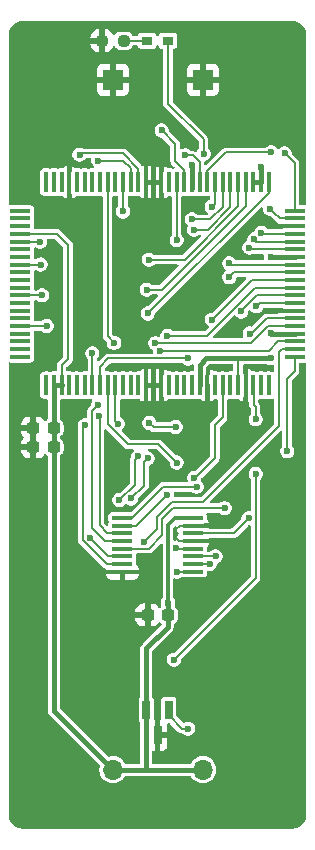
<source format=gbr>
G04 #@! TF.GenerationSoftware,KiCad,Pcbnew,9.0.6-9.0.6~ubuntu25.10.1*
G04 #@! TF.CreationDate,2025-11-15T18:36:26+09:00*
G04 #@! TF.ProjectId,bionic-kl5c80a12,62696f6e-6963-42d6-9b6c-356338306131,2*
G04 #@! TF.SameCoordinates,Original*
G04 #@! TF.FileFunction,Copper,L1,Top*
G04 #@! TF.FilePolarity,Positive*
%FSLAX46Y46*%
G04 Gerber Fmt 4.6, Leading zero omitted, Abs format (unit mm)*
G04 Created by KiCad (PCBNEW 9.0.6-9.0.6~ubuntu25.10.1) date 2025-11-15 18:36:26*
%MOMM*%
%LPD*%
G01*
G04 APERTURE LIST*
G04 Aperture macros list*
%AMRoundRect*
0 Rectangle with rounded corners*
0 $1 Rounding radius*
0 $2 $3 $4 $5 $6 $7 $8 $9 X,Y pos of 4 corners*
0 Add a 4 corners polygon primitive as box body*
4,1,4,$2,$3,$4,$5,$6,$7,$8,$9,$2,$3,0*
0 Add four circle primitives for the rounded corners*
1,1,$1+$1,$2,$3*
1,1,$1+$1,$4,$5*
1,1,$1+$1,$6,$7*
1,1,$1+$1,$8,$9*
0 Add four rect primitives between the rounded corners*
20,1,$1+$1,$2,$3,$4,$5,0*
20,1,$1+$1,$4,$5,$6,$7,0*
20,1,$1+$1,$6,$7,$8,$9,0*
20,1,$1+$1,$8,$9,$2,$3,0*%
G04 Aperture macros list end*
G04 #@! TA.AperFunction,SMDPad,CuDef*
%ADD10RoundRect,0.100000X0.100000X-0.775000X0.100000X0.775000X-0.100000X0.775000X-0.100000X-0.775000X0*%
G04 #@! TD*
G04 #@! TA.AperFunction,SMDPad,CuDef*
%ADD11RoundRect,0.100000X0.775000X-0.100000X0.775000X0.100000X-0.775000X0.100000X-0.775000X-0.100000X0*%
G04 #@! TD*
G04 #@! TA.AperFunction,SMDPad,CuDef*
%ADD12RoundRect,0.237500X0.250000X0.237500X-0.250000X0.237500X-0.250000X-0.237500X0.250000X-0.237500X0*%
G04 #@! TD*
G04 #@! TA.AperFunction,SMDPad,CuDef*
%ADD13R,1.778000X0.355600*%
G04 #@! TD*
G04 #@! TA.AperFunction,SMDPad,CuDef*
%ADD14RoundRect,0.237500X0.300000X0.237500X-0.300000X0.237500X-0.300000X-0.237500X0.300000X-0.237500X0*%
G04 #@! TD*
G04 #@! TA.AperFunction,SMDPad,CuDef*
%ADD15R,0.965200X0.762000*%
G04 #@! TD*
G04 #@! TA.AperFunction,SMDPad,CuDef*
%ADD16R,0.660400X1.625600*%
G04 #@! TD*
G04 #@! TA.AperFunction,ComponentPad*
%ADD17R,1.700000X1.700000*%
G04 #@! TD*
G04 #@! TA.AperFunction,ComponentPad*
%ADD18O,1.700000X1.700000*%
G04 #@! TD*
G04 #@! TA.AperFunction,ViaPad*
%ADD19C,0.600000*%
G04 #@! TD*
G04 #@! TA.AperFunction,Conductor*
%ADD20C,0.200000*%
G04 #@! TD*
G04 #@! TA.AperFunction,Conductor*
%ADD21C,0.300000*%
G04 #@! TD*
G04 #@! TA.AperFunction,Conductor*
%ADD22C,0.400000*%
G04 #@! TD*
G04 APERTURE END LIST*
D10*
X104275000Y-100952000D03*
X104925000Y-100952000D03*
X105575000Y-100952000D03*
X106225000Y-100952000D03*
X106875000Y-100952000D03*
X107525000Y-100952000D03*
X108175000Y-100952000D03*
X108825000Y-100952000D03*
X109475000Y-100952000D03*
X110125000Y-100952000D03*
X110775000Y-100952000D03*
X111425000Y-100952000D03*
X112075000Y-100952000D03*
X112725000Y-100952000D03*
X113375000Y-100952000D03*
X114025000Y-100952000D03*
X114675000Y-100952000D03*
X115325000Y-100952000D03*
X115975000Y-100952000D03*
X116625000Y-100952000D03*
X117275000Y-100952000D03*
X117925000Y-100952000D03*
X118575000Y-100952000D03*
X119225000Y-100952000D03*
X119875000Y-100952000D03*
X120525000Y-100952000D03*
X121175000Y-100952000D03*
X121825000Y-100952000D03*
X122475000Y-100952000D03*
X123125000Y-100952000D03*
D11*
X125300000Y-98527000D03*
X125300000Y-97877000D03*
X125300000Y-97227000D03*
X125300000Y-96577000D03*
X125300000Y-95927000D03*
X125300000Y-95277000D03*
X125300000Y-94627000D03*
X125300000Y-93977000D03*
X125300000Y-93327000D03*
X125300000Y-92677000D03*
X125300000Y-92027000D03*
X125300000Y-91377000D03*
X125300000Y-90727000D03*
X125300000Y-90077000D03*
X125300000Y-89427000D03*
X125300000Y-88777000D03*
X125300000Y-88127000D03*
X125300000Y-87477000D03*
X125300000Y-86827000D03*
X125300000Y-86177000D03*
D10*
X123125000Y-83752000D03*
X122475000Y-83752000D03*
X121825000Y-83752000D03*
X121175000Y-83752000D03*
X120525000Y-83752000D03*
X119875000Y-83752000D03*
X119225000Y-83752000D03*
X118575000Y-83752000D03*
X117925000Y-83752000D03*
X117275000Y-83752000D03*
X116625000Y-83752000D03*
X115975000Y-83752000D03*
X115325000Y-83752000D03*
X114675000Y-83752000D03*
X114025000Y-83752000D03*
X113375000Y-83752000D03*
X112725000Y-83752000D03*
X112075000Y-83752000D03*
X111425000Y-83752000D03*
X110775000Y-83752000D03*
X110125000Y-83752000D03*
X109475000Y-83752000D03*
X108825000Y-83752000D03*
X108175000Y-83752000D03*
X107525000Y-83752000D03*
X106875000Y-83752000D03*
X106225000Y-83752000D03*
X105575000Y-83752000D03*
X104925000Y-83752000D03*
X104275000Y-83752000D03*
D11*
X102100000Y-86177000D03*
X102100000Y-86827000D03*
X102100000Y-87477000D03*
X102100000Y-88127000D03*
X102100000Y-88777000D03*
X102100000Y-89427000D03*
X102100000Y-90077000D03*
X102100000Y-90727000D03*
X102100000Y-91377000D03*
X102100000Y-92027000D03*
X102100000Y-92677000D03*
X102100000Y-93327000D03*
X102100000Y-93977000D03*
X102100000Y-94627000D03*
X102100000Y-95277000D03*
X102100000Y-95927000D03*
X102100000Y-96577000D03*
X102100000Y-97227000D03*
X102100000Y-97877000D03*
X102100000Y-98527000D03*
D12*
X110829800Y-71778000D03*
X109004800Y-71778000D03*
D13*
X110728200Y-112175001D03*
X110728200Y-112824999D03*
X110728200Y-113475001D03*
X110728200Y-114124999D03*
X110728200Y-114774998D03*
X110728200Y-115424999D03*
X110728200Y-116074998D03*
X110728200Y-116724999D03*
X116671800Y-116724999D03*
X116671800Y-116075001D03*
X116671800Y-115424999D03*
X116671800Y-114775001D03*
X116671800Y-114125002D03*
X116671800Y-113475001D03*
X116671800Y-112825002D03*
X116671800Y-112175001D03*
D14*
X104912700Y-104569400D03*
X103187700Y-104569400D03*
D15*
X112823700Y-71778000D03*
X114576300Y-71778000D03*
D16*
X114650001Y-128447000D03*
X112749999Y-128447000D03*
X113700000Y-130579000D03*
D14*
X104911600Y-106169600D03*
X103186600Y-106169600D03*
X114589000Y-120393600D03*
X112864000Y-120393600D03*
D17*
X109915400Y-75080000D03*
D18*
X109915400Y-133500000D03*
X117535400Y-133500000D03*
D17*
X117535400Y-75080000D03*
D19*
X118195800Y-109141400D03*
X119567400Y-96416000D03*
X122005600Y-108455600D03*
X122005600Y-103832800D03*
X124682400Y-106525200D03*
X107553200Y-118209200D03*
X119618200Y-109827200D03*
X113014200Y-104137600D03*
X123275800Y-90091400D03*
X117611600Y-81353800D03*
X123275800Y-96533400D03*
X123275800Y-98651200D03*
X116646400Y-82319000D03*
X122488400Y-82446000D03*
X114587900Y-119352200D03*
X103540000Y-130934600D03*
X122971000Y-119428400D03*
X101660400Y-105255200D03*
X108696200Y-128115200D03*
X120989800Y-122019200D03*
X123783800Y-125905400D03*
X104987800Y-86738600D03*
X119542000Y-105509200D03*
X113674600Y-82192000D03*
X113725400Y-132077600D03*
X115401800Y-102918400D03*
X116265400Y-93723600D03*
X113192000Y-116583600D03*
X113700000Y-85367000D03*
X108315200Y-92758400D03*
X121218400Y-115491400D03*
X112082725Y-106953016D03*
X110474200Y-110665400D03*
X113522200Y-97381200D03*
X107554535Y-104340800D03*
X123326600Y-81226800D03*
X116621000Y-86906800D03*
X112785600Y-92860000D03*
X115237900Y-114719998D03*
X108675965Y-102608435D03*
X112988800Y-90320000D03*
X115351000Y-116724999D03*
X116062200Y-81474450D03*
X118297400Y-85840000D03*
X114055600Y-79372600D03*
X111457265Y-110530865D03*
X112861800Y-107134800D03*
X113935798Y-98065989D03*
X116798800Y-87780000D03*
X112885399Y-94868401D03*
X103768600Y-88777000D03*
X103794000Y-90727000D03*
X119770600Y-90624800D03*
X117002000Y-109547800D03*
X110326965Y-104208635D03*
X121889008Y-88600748D03*
X104305000Y-95927000D03*
X118322800Y-95400000D03*
X110017000Y-97355800D03*
X115224000Y-104483600D03*
X123209200Y-85997400D03*
X115325600Y-88643600D03*
X124469600Y-81303000D03*
X108188200Y-98244800D03*
X116265400Y-98676600D03*
X121485100Y-89291300D03*
X115325600Y-107490400D03*
X119770600Y-91793200D03*
X116814287Y-108770131D03*
X103921000Y-93327000D03*
X122488400Y-88034000D03*
X116290800Y-130020200D03*
X110779000Y-86230600D03*
X108779935Y-103560935D03*
X118627600Y-115424999D03*
X122066200Y-94268057D03*
X108696200Y-81938000D03*
X108010400Y-113840400D03*
X120791765Y-94693965D03*
X119380000Y-111351200D03*
X114533035Y-96776765D03*
X114492565Y-110228435D03*
X107096000Y-81430000D03*
X118119600Y-116075001D03*
X121405600Y-112214800D03*
X121497800Y-96568400D03*
X115097649Y-124177551D03*
X112590774Y-114174998D03*
D20*
X125300000Y-97877000D02*
X125286800Y-97863800D01*
X124266400Y-97863800D02*
X123987000Y-98143200D01*
X125286800Y-97863800D02*
X124266400Y-97863800D01*
X123987000Y-98143200D02*
X123987000Y-104391600D01*
X123987000Y-104391600D02*
X117535400Y-110843200D01*
X117535400Y-110843200D02*
X114937714Y-110843200D01*
X114937714Y-110843200D02*
X113674600Y-112106314D01*
X113674600Y-112106314D02*
X113674600Y-113091172D01*
X113674600Y-113091172D02*
X112590774Y-114174998D01*
X116865269Y-108770131D02*
X118551400Y-107084000D01*
X116814287Y-108770131D02*
X116865269Y-108770131D01*
X118551400Y-107084000D02*
X118551400Y-104315400D01*
X118551400Y-104315400D02*
X119225000Y-103641800D01*
X119225000Y-103641800D02*
X119225000Y-100952000D01*
X117002000Y-109547800D02*
X114163399Y-109547800D01*
X114163399Y-109547800D02*
X111536198Y-112175001D01*
X111536198Y-112175001D02*
X110728200Y-112175001D01*
X114492565Y-110228435D02*
X111896001Y-112824999D01*
X111896001Y-112824999D02*
X110474200Y-112824999D01*
X121497800Y-96568400D02*
X121650200Y-96568400D01*
X122941600Y-95277000D02*
X125300000Y-95277000D01*
X121650200Y-96568400D02*
X122941600Y-95277000D01*
D21*
X125300000Y-94627000D02*
X122778800Y-94627000D01*
X122778800Y-94627000D02*
X121940618Y-95465182D01*
X121940618Y-95465182D02*
X121131019Y-95465182D01*
X121131019Y-95465182D02*
X120180201Y-96416000D01*
X120180201Y-96416000D02*
X119567400Y-96416000D01*
D20*
X120791765Y-94693965D02*
X122158730Y-93327000D01*
X122158730Y-93327000D02*
X125300000Y-93327000D01*
X122066200Y-94268057D02*
X122357258Y-93977000D01*
X122357258Y-93977000D02*
X125300000Y-93977000D01*
X113522200Y-97381200D02*
X121578057Y-97381200D01*
X121578057Y-97381200D02*
X123026857Y-95932400D01*
X123026857Y-95932400D02*
X123524743Y-95932400D01*
X123524743Y-95932400D02*
X123525743Y-95933400D01*
X123525743Y-95933400D02*
X125293600Y-95933400D01*
X125293600Y-95933400D02*
X125300000Y-95927000D01*
X113935798Y-98065989D02*
X113935798Y-98080400D01*
X113935798Y-98080400D02*
X113974598Y-98041600D01*
X113974598Y-98041600D02*
X123098000Y-98041600D01*
X123098000Y-98041600D02*
X123912600Y-97227000D01*
X123912600Y-97227000D02*
X125300000Y-97227000D01*
X118322800Y-95400000D02*
X121695800Y-92027000D01*
X121695800Y-92027000D02*
X125300000Y-92027000D01*
D21*
X125300000Y-87477000D02*
X123861800Y-87477000D01*
D20*
X122488400Y-88034000D02*
X122581400Y-88127000D01*
X122581400Y-88127000D02*
X125300000Y-88127000D01*
X121889008Y-88600748D02*
X122065260Y-88777000D01*
X122065260Y-88777000D02*
X125300000Y-88777000D01*
X121622350Y-89428550D02*
X125298450Y-89428550D01*
X121485100Y-89291300D02*
X121622350Y-89428550D01*
X125298450Y-89428550D02*
X125300000Y-89427000D01*
X112885399Y-94868401D02*
X112885399Y-94866600D01*
X112885399Y-94866600D02*
X123125000Y-84626999D01*
X123125000Y-84626999D02*
X123125000Y-83752000D01*
X123555200Y-86343400D02*
X123555200Y-86350656D01*
X124031544Y-86827000D02*
X125300000Y-86827000D01*
X123555200Y-86350656D02*
X124031544Y-86827000D01*
X123209200Y-85997400D02*
X123555200Y-86343400D01*
X121175000Y-83752000D02*
X121175000Y-85740600D01*
X121175000Y-85740600D02*
X114055600Y-92860000D01*
X114055600Y-92860000D02*
X112785600Y-92860000D01*
X112988800Y-90320000D02*
X115986000Y-90320000D01*
X115986000Y-90320000D02*
X120525000Y-85781000D01*
X120525000Y-85781000D02*
X120525000Y-83752000D01*
X116798800Y-87780000D02*
X117941800Y-87780000D01*
X117941800Y-87780000D02*
X119875000Y-85846800D01*
X119875000Y-85846800D02*
X119875000Y-83752000D01*
X116621000Y-86906800D02*
X118154600Y-86906800D01*
X118154600Y-86906800D02*
X119225000Y-85836400D01*
X119225000Y-85836400D02*
X119225000Y-83752000D01*
X123326600Y-81226800D02*
X119491200Y-81226800D01*
X119491200Y-81226800D02*
X117925000Y-82793000D01*
X117925000Y-82793000D02*
X117925000Y-83752000D01*
X110779000Y-81303000D02*
X112075000Y-82599000D01*
X107096000Y-81430000D02*
X107223000Y-81303000D01*
X112075000Y-82599000D02*
X112075000Y-83752000D01*
X107223000Y-81303000D02*
X110779000Y-81303000D01*
X108696200Y-81938000D02*
X110779000Y-81938000D01*
X111425000Y-82584000D02*
X111425000Y-83752000D01*
X110779000Y-81938000D02*
X111425000Y-82584000D01*
D22*
X117925000Y-100952000D02*
X117925000Y-102528800D01*
X117925000Y-102528800D02*
X117916400Y-102537400D01*
D20*
X117916400Y-102537400D02*
X117916400Y-101826200D01*
X121405600Y-112214800D02*
X120145399Y-113475001D01*
X120145399Y-113475001D02*
X116671800Y-113475001D01*
X115097649Y-124177551D02*
X122005800Y-117269400D01*
X122005800Y-117269400D02*
X122005800Y-108455800D01*
X122005800Y-108455800D02*
X122005600Y-108455600D01*
X122005600Y-103832800D02*
X122005600Y-102765800D01*
X124682400Y-106525200D02*
X124682400Y-100394200D01*
X125300000Y-99776600D02*
X125300000Y-98527000D01*
X124682400Y-100394200D02*
X125300000Y-99776600D01*
X113369800Y-104493200D02*
X115214400Y-104493200D01*
X113014200Y-104137600D02*
X113369800Y-104493200D01*
X115214400Y-104493200D02*
X115224000Y-104483600D01*
X115325600Y-107490400D02*
X113776200Y-105941000D01*
X113776200Y-105941000D02*
X111210800Y-105941000D01*
X109475000Y-104205200D02*
X109475000Y-100477000D01*
X111210800Y-105941000D02*
X109475000Y-104205200D01*
X111769600Y-107266141D02*
X111769600Y-109370000D01*
X112082725Y-106953016D02*
X111769600Y-107266141D01*
X111769600Y-109370000D02*
X110474200Y-110665400D01*
X112861800Y-107134800D02*
X112582400Y-107414200D01*
X112582400Y-107414200D02*
X112582400Y-109446200D01*
X112582400Y-109446200D02*
X111497735Y-110530865D01*
X111497735Y-110530865D02*
X111457265Y-110530865D01*
X121828000Y-101521400D02*
X121825000Y-101518400D01*
X122005600Y-102765800D02*
X121828000Y-102588200D01*
X121828000Y-102588200D02*
X121828000Y-101521400D01*
X121825000Y-101518400D02*
X121825000Y-100952000D01*
X120525000Y-100952000D02*
X120525000Y-98684200D01*
X120525000Y-98684200D02*
X120558000Y-98651200D01*
D22*
X117275000Y-100952000D02*
X117275000Y-99216400D01*
X117275000Y-99216400D02*
X117840200Y-98651200D01*
X117840200Y-98651200D02*
X120558000Y-98651200D01*
D20*
X108825000Y-99383544D02*
X108825000Y-100952000D01*
X116265400Y-98676600D02*
X109531944Y-98676600D01*
X109531944Y-98676600D02*
X108825000Y-99383544D01*
X114533035Y-96776765D02*
X114533035Y-96859163D01*
X114533035Y-96859163D02*
X114620598Y-96771600D01*
X114620598Y-96771600D02*
X117865600Y-96771600D01*
X117865600Y-96771600D02*
X121960200Y-92677000D01*
X121960200Y-92677000D02*
X125300000Y-92677000D01*
X108675965Y-102608435D02*
X108154535Y-103129865D01*
X108154535Y-103129865D02*
X108154535Y-113020663D01*
X108154535Y-113020663D02*
X109258871Y-114124999D01*
X109258871Y-114124999D02*
X110728200Y-114124999D01*
X108779935Y-103560935D02*
X108797800Y-103578800D01*
X108797800Y-112815399D02*
X109457402Y-113475001D01*
X108797800Y-103578800D02*
X108797800Y-112815399D01*
X109457402Y-113475001D02*
X110728200Y-113475001D01*
X108188200Y-98244800D02*
X108175000Y-98258000D01*
X108175000Y-98258000D02*
X108175000Y-100952000D01*
X105575000Y-99257800D02*
X106130800Y-98702000D01*
D22*
X105575000Y-100952000D02*
X104925000Y-100952000D01*
D20*
X105575000Y-100952000D02*
X105575000Y-99257800D01*
X106130800Y-98702000D02*
X106130800Y-89075400D01*
X105182400Y-88127000D02*
X102100000Y-88127000D01*
X106130800Y-89075400D02*
X105182400Y-88127000D01*
D22*
X109915400Y-133500000D02*
X104925000Y-128509600D01*
X104925000Y-128509600D02*
X104925000Y-100952000D01*
D20*
X104305000Y-95927000D02*
X102100000Y-95927000D01*
X103921000Y-93327000D02*
X102100000Y-93327000D01*
X103794000Y-90727000D02*
X102100000Y-90727000D01*
X103768600Y-88777000D02*
X102100000Y-88777000D01*
D22*
X123275800Y-96533400D02*
X123319400Y-96577000D01*
X123319400Y-96577000D02*
X125300000Y-96577000D01*
D20*
X125300000Y-95927000D02*
X124825000Y-95927000D01*
X119770600Y-91793200D02*
X120186800Y-91377000D01*
X120186800Y-91377000D02*
X125300000Y-91377000D01*
X119770600Y-90624800D02*
X119872800Y-90727000D01*
X119872800Y-90727000D02*
X125300000Y-90727000D01*
D22*
X125300000Y-90077000D02*
X123290200Y-90077000D01*
X123290200Y-90077000D02*
X123275800Y-90091400D01*
D20*
X125300000Y-89427000D02*
X124825000Y-89427000D01*
X124469600Y-81303000D02*
X125307800Y-82141200D01*
X125307800Y-86169200D02*
X125300000Y-86177000D01*
X125307800Y-82141200D02*
X125307800Y-86169200D01*
D22*
X122488400Y-82446000D02*
X122488400Y-83738600D01*
X122488400Y-83738600D02*
X122475000Y-83752000D01*
X122475000Y-83752000D02*
X121825000Y-83752000D01*
D20*
X118297400Y-85840000D02*
X118575000Y-85562400D01*
X118575000Y-85562400D02*
X118575000Y-83752000D01*
D22*
X116646400Y-82319000D02*
X116646400Y-82827000D01*
X116646400Y-82827000D02*
X116625000Y-82848400D01*
X116625000Y-82848400D02*
X116625000Y-84227000D01*
D20*
X116062200Y-81474450D02*
X116665450Y-81474450D01*
X116665450Y-81474450D02*
X117275000Y-82084000D01*
X117275000Y-82084000D02*
X117275000Y-83752000D01*
X114055600Y-79372600D02*
X115198600Y-80515600D01*
X115198600Y-80515600D02*
X115198600Y-81938000D01*
X115198600Y-81938000D02*
X115975000Y-82714400D01*
X115975000Y-82714400D02*
X115975000Y-83752000D01*
X115325600Y-88643600D02*
X115325000Y-88643000D01*
X115325000Y-88643000D02*
X115325000Y-83752000D01*
X110779000Y-86230600D02*
X110779000Y-85527400D01*
X110775000Y-85523400D02*
X110775000Y-83752000D01*
X110779000Y-85527400D02*
X110775000Y-85523400D01*
X110017000Y-97355800D02*
X109475000Y-96813800D01*
X109475000Y-96813800D02*
X109475000Y-83752000D01*
X114576300Y-77099300D02*
X114576300Y-71778000D01*
D22*
X112749999Y-123223201D02*
X112749999Y-128447000D01*
D21*
X114587900Y-119352200D02*
X114587900Y-112800100D01*
D20*
X112749999Y-133489799D02*
X112760200Y-133500000D01*
D22*
X120558000Y-98651200D02*
X123275800Y-98651200D01*
X109915400Y-133500000D02*
X112760200Y-133500000D01*
X114587900Y-119352200D02*
X114587900Y-121385300D01*
X112749999Y-128447000D02*
X112749999Y-133489799D01*
D21*
X115212999Y-112175001D02*
X116671800Y-112175001D01*
D20*
X117611600Y-81353800D02*
X117611600Y-80134600D01*
D22*
X114587900Y-121385300D02*
X112749999Y-123223201D01*
D20*
X117611600Y-80134600D02*
X114576300Y-77099300D01*
D22*
X112760200Y-133500000D02*
X117535400Y-133500000D01*
D21*
X114587900Y-112800100D02*
X115212999Y-112175001D01*
D20*
X115300200Y-113154600D02*
X115300200Y-113865800D01*
X118165198Y-114125002D02*
X118170400Y-114119800D01*
X116671800Y-114125002D02*
X118165198Y-114125002D01*
X116671800Y-112825002D02*
X115629798Y-112825002D01*
X115300200Y-113865800D02*
X115559402Y-114125002D01*
X118195800Y-112824400D02*
X118195198Y-112825002D01*
X116671800Y-112825002D02*
X118195198Y-112825002D01*
X115559402Y-114125002D02*
X116671800Y-114125002D01*
X115629798Y-112825002D02*
X115300200Y-113154600D01*
X107375400Y-114053929D02*
X109396469Y-116074998D01*
X107554535Y-104340800D02*
X107375400Y-104519935D01*
X107375400Y-104519935D02*
X107375400Y-114053929D01*
X109396469Y-116074998D02*
X110728200Y-116074998D01*
X115237900Y-114719998D02*
X115292903Y-114775001D01*
X115292903Y-114775001D02*
X116671800Y-114775001D01*
X115351000Y-116724999D02*
X116671800Y-116724999D01*
X110326965Y-104208635D02*
X110118600Y-104000270D01*
X110118600Y-100483400D02*
X110125000Y-100477000D01*
X110118600Y-104000270D02*
X110118600Y-100483400D01*
X112823700Y-71778000D02*
X110829800Y-71778000D01*
X116290800Y-130020200D02*
X115782800Y-130020200D01*
X114650001Y-128887401D02*
X114650001Y-128447000D01*
X115782800Y-130020200D02*
X114650001Y-128887401D01*
X118627600Y-115424999D02*
X116671800Y-115424999D01*
X108010400Y-113840400D02*
X108010400Y-113891200D01*
X109544199Y-115424999D02*
X110728200Y-115424999D01*
X108010400Y-113891200D02*
X109544199Y-115424999D01*
X118119600Y-116075001D02*
X116671800Y-116075001D01*
X119380000Y-111351200D02*
X114995400Y-111351200D01*
X114995400Y-111351200D02*
X114106400Y-112240200D01*
X114106400Y-112240200D02*
X114106400Y-113662600D01*
X114106400Y-113662600D02*
X112994002Y-114774998D01*
X112994002Y-114774998D02*
X110474200Y-114774998D01*
G04 #@! TA.AperFunction,Conductor*
G36*
X105033690Y-88546407D02*
G01*
X105045503Y-88556496D01*
X105701304Y-89212297D01*
X105729081Y-89266814D01*
X105730300Y-89282301D01*
X105730300Y-98495099D01*
X105711393Y-98553290D01*
X105701304Y-98565102D01*
X105254520Y-99011886D01*
X105254516Y-99011891D01*
X105201794Y-99103209D01*
X105201790Y-99103217D01*
X105192571Y-99137629D01*
X105192571Y-99137630D01*
X105174500Y-99205073D01*
X105174500Y-99679271D01*
X105155593Y-99737462D01*
X105106093Y-99773426D01*
X105060025Y-99777054D01*
X105056524Y-99776500D01*
X104793479Y-99776500D01*
X104793478Y-99776501D01*
X104699700Y-99791352D01*
X104699697Y-99791353D01*
X104644943Y-99819251D01*
X104584511Y-99828821D01*
X104555057Y-99819251D01*
X104523553Y-99803199D01*
X104500304Y-99791354D01*
X104469042Y-99786402D01*
X104406521Y-99776500D01*
X104143479Y-99776500D01*
X104143476Y-99776501D01*
X104049700Y-99791352D01*
X104049695Y-99791354D01*
X103936659Y-99848949D01*
X103846949Y-99938659D01*
X103789354Y-100051695D01*
X103774500Y-100145478D01*
X103774500Y-101758521D01*
X103774501Y-101758523D01*
X103789352Y-101852299D01*
X103789354Y-101852304D01*
X103846950Y-101965342D01*
X103936658Y-102055050D01*
X104049696Y-102112646D01*
X104143481Y-102127500D01*
X104325499Y-102127499D01*
X104383690Y-102146406D01*
X104419654Y-102195906D01*
X104424500Y-102226499D01*
X104424500Y-103760416D01*
X104405593Y-103818607D01*
X104381642Y-103841958D01*
X104372333Y-103848367D01*
X104346542Y-103858538D01*
X104237889Y-103940931D01*
X104236015Y-103942222D01*
X104208758Y-103950320D01*
X104181901Y-103959659D01*
X104179633Y-103958973D01*
X104177363Y-103959648D01*
X104150551Y-103950178D01*
X104123335Y-103941948D01*
X104121370Y-103939872D01*
X104119671Y-103939272D01*
X104116648Y-103934882D01*
X104095612Y-103912652D01*
X104070144Y-103871362D01*
X103948235Y-103749453D01*
X103801506Y-103658948D01*
X103637848Y-103604718D01*
X103536855Y-103594400D01*
X103437701Y-103594400D01*
X103437700Y-103594401D01*
X103437700Y-105607293D01*
X103436600Y-105610678D01*
X103436600Y-107144598D01*
X103436601Y-107144599D01*
X103535754Y-107144599D01*
X103636742Y-107134282D01*
X103636754Y-107134279D01*
X103800406Y-107080051D01*
X103947135Y-106989546D01*
X104069046Y-106867635D01*
X104094512Y-106826348D01*
X104108251Y-106814681D01*
X104118453Y-106799817D01*
X104131003Y-106795363D01*
X104141152Y-106786746D01*
X104159125Y-106785383D01*
X104176115Y-106779355D01*
X104188051Y-106783191D01*
X104202163Y-106782122D01*
X104234793Y-106796693D01*
X104236714Y-106798011D01*
X104345442Y-106880462D01*
X104372265Y-106891039D01*
X104381520Y-106897391D01*
X104393653Y-106913182D01*
X104409015Y-106925855D01*
X104412448Y-106937643D01*
X104418799Y-106945908D01*
X104419199Y-106960819D01*
X104424500Y-106979017D01*
X104424500Y-128443708D01*
X104424500Y-128575492D01*
X104454579Y-128687751D01*
X104458609Y-128702790D01*
X104524496Y-128816909D01*
X104524497Y-128816910D01*
X104524498Y-128816911D01*
X104524500Y-128816914D01*
X107147210Y-131439624D01*
X108785877Y-133078291D01*
X108813654Y-133132808D01*
X108810028Y-133178887D01*
X108793228Y-133230593D01*
X108764900Y-133409450D01*
X108764900Y-133590549D01*
X108793228Y-133769406D01*
X108793229Y-133769409D01*
X108849189Y-133941639D01*
X108931404Y-134102994D01*
X109037847Y-134249501D01*
X109165899Y-134377553D01*
X109312406Y-134483996D01*
X109473761Y-134566211D01*
X109645991Y-134622171D01*
X109717536Y-134633502D01*
X109824851Y-134650500D01*
X109824854Y-134650500D01*
X110005949Y-134650500D01*
X110095377Y-134636335D01*
X110184809Y-134622171D01*
X110357039Y-134566211D01*
X110518394Y-134483996D01*
X110664901Y-134377553D01*
X110792953Y-134249501D01*
X110899396Y-134102994D01*
X110924077Y-134054554D01*
X110967342Y-134011290D01*
X111012287Y-134000500D01*
X112694308Y-134000500D01*
X116438513Y-134000500D01*
X116496704Y-134019407D01*
X116526722Y-134054554D01*
X116551404Y-134102994D01*
X116657847Y-134249501D01*
X116785899Y-134377553D01*
X116932406Y-134483996D01*
X117093761Y-134566211D01*
X117265991Y-134622171D01*
X117337536Y-134633502D01*
X117444851Y-134650500D01*
X117444854Y-134650500D01*
X117625949Y-134650500D01*
X117715377Y-134636335D01*
X117804809Y-134622171D01*
X117977039Y-134566211D01*
X118138394Y-134483996D01*
X118284901Y-134377553D01*
X118412953Y-134249501D01*
X118519396Y-134102994D01*
X118601611Y-133941639D01*
X118657571Y-133769409D01*
X118685900Y-133590546D01*
X118685900Y-133409454D01*
X118685900Y-133409450D01*
X118657571Y-133230593D01*
X118657571Y-133230591D01*
X118601611Y-133058361D01*
X118519396Y-132897006D01*
X118412953Y-132750499D01*
X118284901Y-132622447D01*
X118138394Y-132516004D01*
X118138393Y-132516003D01*
X118138391Y-132516002D01*
X117977037Y-132433788D01*
X117804806Y-132377828D01*
X117625949Y-132349500D01*
X117625946Y-132349500D01*
X117444854Y-132349500D01*
X117444851Y-132349500D01*
X117265993Y-132377828D01*
X117093762Y-132433788D01*
X116932408Y-132516002D01*
X116859152Y-132569225D01*
X116785899Y-132622447D01*
X116657847Y-132750499D01*
X116604625Y-132823752D01*
X116551402Y-132897008D01*
X116526723Y-132945445D01*
X116483458Y-132988710D01*
X116438513Y-132999500D01*
X113349499Y-132999500D01*
X113291308Y-132980593D01*
X113255344Y-132931093D01*
X113250499Y-132900500D01*
X113250499Y-131990800D01*
X113269406Y-131932609D01*
X113318906Y-131896645D01*
X113349499Y-131891800D01*
X113449999Y-131891800D01*
X113450000Y-131891799D01*
X113450000Y-130829001D01*
X113950000Y-130829001D01*
X113950000Y-131891799D01*
X113950001Y-131891800D01*
X114078024Y-131891800D01*
X114137570Y-131885398D01*
X114137581Y-131885396D01*
X114272288Y-131835153D01*
X114272290Y-131835152D01*
X114387384Y-131748992D01*
X114387392Y-131748984D01*
X114473552Y-131633890D01*
X114473553Y-131633888D01*
X114523796Y-131499181D01*
X114523798Y-131499170D01*
X114530200Y-131439624D01*
X114530200Y-130829001D01*
X114530199Y-130829000D01*
X113950001Y-130829000D01*
X113950000Y-130829001D01*
X113450000Y-130829001D01*
X113450000Y-129271438D01*
X113950000Y-129271438D01*
X113950000Y-130328999D01*
X113950001Y-130329000D01*
X114530199Y-130329000D01*
X114530200Y-130328999D01*
X114530200Y-129718375D01*
X114530199Y-129718373D01*
X114524987Y-129669880D01*
X114529265Y-129649517D01*
X114529265Y-129628706D01*
X114535416Y-129620239D01*
X114537567Y-129610002D01*
X114552995Y-129596043D01*
X114565229Y-129579206D01*
X114575181Y-129575972D01*
X114582939Y-129568954D01*
X114623418Y-129560299D01*
X114715498Y-129560299D01*
X114773689Y-129579206D01*
X114785502Y-129589295D01*
X115462318Y-130266110D01*
X115462320Y-130266113D01*
X115536887Y-130340680D01*
X115567441Y-130358320D01*
X115606182Y-130380688D01*
X115606185Y-130380689D01*
X115628213Y-130393407D01*
X115730070Y-130420700D01*
X115730072Y-130420701D01*
X115801057Y-130420701D01*
X115859248Y-130439608D01*
X115871060Y-130449697D01*
X115922081Y-130500717D01*
X115922084Y-130500720D01*
X116059016Y-130579777D01*
X116211743Y-130620700D01*
X116211745Y-130620700D01*
X116369855Y-130620700D01*
X116369857Y-130620700D01*
X116522584Y-130579777D01*
X116659516Y-130500720D01*
X116771320Y-130388916D01*
X116850377Y-130251984D01*
X116891300Y-130099257D01*
X116891300Y-129941143D01*
X116850377Y-129788416D01*
X116771320Y-129651484D01*
X116659516Y-129539680D01*
X116522584Y-129460623D01*
X116369857Y-129419700D01*
X116211743Y-129419700D01*
X116135379Y-129440161D01*
X116059014Y-129460623D01*
X115954010Y-129521247D01*
X115894162Y-129533968D01*
X115838266Y-129509081D01*
X115834507Y-129505514D01*
X115309696Y-128980703D01*
X115281919Y-128926186D01*
X115280700Y-128910699D01*
X115280700Y-127589339D01*
X115280700Y-127589336D01*
X115277786Y-127564209D01*
X115232407Y-127461435D01*
X115152966Y-127381994D01*
X115050192Y-127336615D01*
X115050191Y-127336614D01*
X115050189Y-127336614D01*
X115025069Y-127333700D01*
X114274940Y-127333700D01*
X114274937Y-127333701D01*
X114249810Y-127336614D01*
X114147036Y-127381994D01*
X114067595Y-127461435D01*
X114022215Y-127564211D01*
X114019301Y-127589330D01*
X114019301Y-127589332D01*
X114019301Y-127589335D01*
X114019301Y-128443708D01*
X114019302Y-129167200D01*
X114000395Y-129225391D01*
X113983836Y-129243124D01*
X113950000Y-129271438D01*
X113450000Y-129271438D01*
X113450000Y-129271437D01*
X113416164Y-129243123D01*
X113401635Y-129219940D01*
X113385544Y-129197793D01*
X113384796Y-129193072D01*
X113383672Y-129191278D01*
X113383925Y-129187575D01*
X113380699Y-129167200D01*
X113380698Y-127589339D01*
X113380698Y-127589336D01*
X113377784Y-127564209D01*
X113332405Y-127461435D01*
X113279493Y-127408523D01*
X113251718Y-127354009D01*
X113250499Y-127338522D01*
X113250499Y-123471522D01*
X113269406Y-123413331D01*
X113279489Y-123401524D01*
X114988400Y-121692614D01*
X115054292Y-121578486D01*
X115088400Y-121451192D01*
X115088400Y-121198167D01*
X115107307Y-121139976D01*
X115151082Y-121106069D01*
X115155158Y-121104462D01*
X115273000Y-121015100D01*
X115362362Y-120897258D01*
X115416617Y-120759677D01*
X115427000Y-120673218D01*
X115427000Y-120113982D01*
X115416617Y-120027523D01*
X115362362Y-119889942D01*
X115273000Y-119772100D01*
X115179070Y-119700871D01*
X115144129Y-119650645D01*
X115145383Y-119589473D01*
X115147432Y-119584091D01*
X115147470Y-119583994D01*
X115147477Y-119583984D01*
X115188400Y-119431257D01*
X115188400Y-119273143D01*
X115147477Y-119120416D01*
X115068420Y-118983484D01*
X115068417Y-118983481D01*
X115068416Y-118983479D01*
X115067390Y-118982453D01*
X115066916Y-118981524D01*
X115064469Y-118978334D01*
X115065060Y-118977880D01*
X115039617Y-118927934D01*
X115038400Y-118912456D01*
X115038400Y-117391940D01*
X115057307Y-117333749D01*
X115106807Y-117297785D01*
X115163019Y-117296313D01*
X115271943Y-117325499D01*
X115271945Y-117325499D01*
X115430055Y-117325499D01*
X115430057Y-117325499D01*
X115582784Y-117284576D01*
X115700589Y-117216561D01*
X115750084Y-117203298D01*
X117605664Y-117203298D01*
X117630791Y-117200384D01*
X117733565Y-117155005D01*
X117813006Y-117075564D01*
X117858385Y-116972790D01*
X117861300Y-116947664D01*
X117861299Y-116756490D01*
X117880206Y-116698301D01*
X117929706Y-116662337D01*
X117985920Y-116660865D01*
X118040543Y-116675501D01*
X118040544Y-116675501D01*
X118198655Y-116675501D01*
X118198657Y-116675501D01*
X118351384Y-116634578D01*
X118488316Y-116555521D01*
X118600120Y-116443717D01*
X118679177Y-116306785D01*
X118720100Y-116154058D01*
X118720100Y-116097861D01*
X118739007Y-116039670D01*
X118788507Y-116003706D01*
X118793443Y-116002244D01*
X118859384Y-115984576D01*
X118996316Y-115905519D01*
X119108120Y-115793715D01*
X119187177Y-115656783D01*
X119228100Y-115504056D01*
X119228100Y-115345942D01*
X119187177Y-115193215D01*
X119108120Y-115056283D01*
X118996316Y-114944479D01*
X118859384Y-114865422D01*
X118706657Y-114824499D01*
X118548543Y-114824499D01*
X118395816Y-114865422D01*
X118258881Y-114944481D01*
X118207859Y-114995503D01*
X118200742Y-114999128D01*
X118196047Y-115005592D01*
X118173995Y-115012756D01*
X118153342Y-115023280D01*
X118137856Y-115024499D01*
X117960300Y-115024499D01*
X117902109Y-115005592D01*
X117866145Y-114956092D01*
X117861300Y-114925500D01*
X117861300Y-114853107D01*
X117861299Y-114751983D01*
X117880206Y-114693794D01*
X117900972Y-114672730D01*
X117917982Y-114659996D01*
X117917992Y-114659986D01*
X118004152Y-114544892D01*
X118004153Y-114544890D01*
X118054396Y-114410183D01*
X118054398Y-114410172D01*
X118060800Y-114350626D01*
X118060800Y-114302803D01*
X118060799Y-114302802D01*
X117655728Y-114302802D01*
X117643979Y-114298984D01*
X117638342Y-114299121D01*
X117638186Y-114300474D01*
X117605669Y-114296701D01*
X116770800Y-114296701D01*
X116712609Y-114277794D01*
X116676645Y-114228294D01*
X116674071Y-114218786D01*
X116642376Y-114073385D01*
X116642671Y-114070430D01*
X116641324Y-114067787D01*
X116645684Y-114040252D01*
X116648456Y-114012503D01*
X116650430Y-114010286D01*
X116650895Y-114007355D01*
X116670611Y-113987638D01*
X116689161Y-113966821D01*
X116692061Y-113966188D01*
X116694160Y-113964090D01*
X116739103Y-113953300D01*
X117605664Y-113953300D01*
X117630791Y-113950386D01*
X117630791Y-113950385D01*
X117638190Y-113949528D01*
X117638191Y-113949543D01*
X117655722Y-113947202D01*
X118060799Y-113947202D01*
X118073939Y-113934061D01*
X118079707Y-113916310D01*
X118129207Y-113880346D01*
X118159800Y-113875501D01*
X120198124Y-113875501D01*
X120198126Y-113875501D01*
X120299987Y-113848208D01*
X120299989Y-113848206D01*
X120299991Y-113848206D01*
X120391307Y-113795484D01*
X120391307Y-113795483D01*
X120391312Y-113795481D01*
X121342497Y-112844296D01*
X121348521Y-112841226D01*
X121352359Y-112835662D01*
X121373472Y-112828513D01*
X121397014Y-112816519D01*
X121410067Y-112815330D01*
X121411287Y-112815300D01*
X121484657Y-112815300D01*
X121492072Y-112813313D01*
X121503866Y-112813023D01*
X121522428Y-112818553D01*
X121541771Y-112819566D01*
X121551055Y-112827082D01*
X121562504Y-112830494D01*
X121574270Y-112845878D01*
X121589324Y-112858067D01*
X121592948Y-112870301D01*
X121599674Y-112879095D01*
X121600046Y-112894261D01*
X121605300Y-112911993D01*
X121605300Y-117062499D01*
X121586393Y-117120690D01*
X121576304Y-117132503D01*
X115160752Y-123548055D01*
X115106235Y-123575832D01*
X115090748Y-123577051D01*
X115018592Y-123577051D01*
X114865865Y-123617974D01*
X114728933Y-123697031D01*
X114617129Y-123808835D01*
X114538072Y-123945767D01*
X114497149Y-124098494D01*
X114497149Y-124256608D01*
X114538072Y-124409335D01*
X114617129Y-124546267D01*
X114728933Y-124658071D01*
X114865865Y-124737128D01*
X115018592Y-124778051D01*
X115018594Y-124778051D01*
X115176704Y-124778051D01*
X115176706Y-124778051D01*
X115329433Y-124737128D01*
X115466365Y-124658071D01*
X115578169Y-124546267D01*
X115657226Y-124409335D01*
X115698149Y-124256608D01*
X115698149Y-124184451D01*
X115717056Y-124126260D01*
X115727139Y-124114453D01*
X122326280Y-117515313D01*
X122379007Y-117423988D01*
X122406300Y-117322127D01*
X122406300Y-117216673D01*
X122406300Y-108945143D01*
X122425207Y-108886952D01*
X122435290Y-108875145D01*
X122486120Y-108824316D01*
X122565177Y-108687384D01*
X122606100Y-108534657D01*
X122606100Y-108376543D01*
X122565177Y-108223816D01*
X122486120Y-108086884D01*
X122374316Y-107975080D01*
X122237384Y-107896023D01*
X122084657Y-107855100D01*
X121926543Y-107855100D01*
X121773816Y-107896023D01*
X121636884Y-107975080D01*
X121525080Y-108086884D01*
X121446023Y-108223816D01*
X121405100Y-108376543D01*
X121405100Y-108534657D01*
X121446023Y-108687384D01*
X121525080Y-108824316D01*
X121576305Y-108875541D01*
X121604081Y-108930056D01*
X121605300Y-108945543D01*
X121605300Y-111517607D01*
X121586393Y-111575798D01*
X121536893Y-111611762D01*
X121491377Y-111612953D01*
X121491089Y-111615147D01*
X121484657Y-111614300D01*
X121326543Y-111614300D01*
X121205901Y-111646626D01*
X121173816Y-111655223D01*
X121036884Y-111734280D01*
X120925080Y-111846084D01*
X120846023Y-111983016D01*
X120805100Y-112135744D01*
X120805100Y-112207899D01*
X120786193Y-112266090D01*
X120776104Y-112277903D01*
X120008502Y-113045505D01*
X119953985Y-113073282D01*
X119938498Y-113074501D01*
X118159800Y-113074501D01*
X118101609Y-113055594D01*
X118069773Y-113011776D01*
X118060799Y-113002802D01*
X117655728Y-113002802D01*
X117643979Y-112998984D01*
X117638342Y-112999121D01*
X117638186Y-113000474D01*
X117605669Y-112996701D01*
X116739108Y-112996701D01*
X116680917Y-112977794D01*
X116644953Y-112928294D01*
X116642379Y-112876618D01*
X116674071Y-112731217D01*
X116684387Y-112713560D01*
X116690707Y-112694109D01*
X116699472Y-112687740D01*
X116704937Y-112678387D01*
X116723661Y-112670166D01*
X116740207Y-112658145D01*
X116757155Y-112655460D01*
X116760961Y-112653790D01*
X116763799Y-112654408D01*
X116770797Y-112653300D01*
X117605664Y-112653300D01*
X117630791Y-112650386D01*
X117630791Y-112650385D01*
X117638190Y-112649528D01*
X117638191Y-112649543D01*
X117655722Y-112647202D01*
X118060799Y-112647202D01*
X118060800Y-112647201D01*
X118060800Y-112599377D01*
X118054398Y-112539831D01*
X118054396Y-112539820D01*
X118004153Y-112405113D01*
X118004152Y-112405111D01*
X117917992Y-112290017D01*
X117917983Y-112290008D01*
X117900969Y-112277271D01*
X117865717Y-112227262D01*
X117861299Y-112198022D01*
X117861299Y-111952337D01*
X117858385Y-111927210D01*
X117842258Y-111890687D01*
X117836051Y-111829818D01*
X117866807Y-111776925D01*
X117922780Y-111752211D01*
X117932824Y-111751700D01*
X118890256Y-111751700D01*
X118948447Y-111770607D01*
X118960259Y-111780696D01*
X119004000Y-111824436D01*
X119011284Y-111831720D01*
X119148216Y-111910777D01*
X119300943Y-111951700D01*
X119300945Y-111951700D01*
X119459055Y-111951700D01*
X119459057Y-111951700D01*
X119611784Y-111910777D01*
X119748716Y-111831720D01*
X119860520Y-111719916D01*
X119939577Y-111582984D01*
X119980500Y-111430257D01*
X119980500Y-111272143D01*
X119939577Y-111119416D01*
X119860520Y-110982484D01*
X119748716Y-110870680D01*
X119611784Y-110791623D01*
X119459057Y-110750700D01*
X119300943Y-110750700D01*
X119148216Y-110791623D01*
X119011281Y-110870682D01*
X118960259Y-110921704D01*
X118905742Y-110949481D01*
X118890256Y-110950700D01*
X118233301Y-110950700D01*
X118175110Y-110931793D01*
X118139146Y-110882293D01*
X118139146Y-110821107D01*
X118163297Y-110781696D01*
X124112896Y-104832097D01*
X124167413Y-104804320D01*
X124227845Y-104813891D01*
X124271110Y-104857156D01*
X124281900Y-104902101D01*
X124281900Y-106035456D01*
X124262993Y-106093647D01*
X124252904Y-106105459D01*
X124201882Y-106156481D01*
X124201880Y-106156483D01*
X124201880Y-106156484D01*
X124122823Y-106293416D01*
X124081900Y-106446143D01*
X124081900Y-106604257D01*
X124122823Y-106756984D01*
X124201880Y-106893916D01*
X124313684Y-107005720D01*
X124450616Y-107084777D01*
X124603343Y-107125700D01*
X124603345Y-107125700D01*
X124761455Y-107125700D01*
X124761457Y-107125700D01*
X124914184Y-107084777D01*
X125051116Y-107005720D01*
X125162920Y-106893916D01*
X125241977Y-106756984D01*
X125282900Y-106604257D01*
X125282900Y-106446143D01*
X125241977Y-106293416D01*
X125162920Y-106156484D01*
X125162917Y-106156481D01*
X125111896Y-106105459D01*
X125084119Y-106050942D01*
X125082900Y-106035456D01*
X125082900Y-100601100D01*
X125101807Y-100542909D01*
X125111890Y-100531102D01*
X125620480Y-100022513D01*
X125649697Y-99971909D01*
X125673205Y-99931192D01*
X125673205Y-99931190D01*
X125673207Y-99931188D01*
X125700500Y-99829327D01*
X125700500Y-99723873D01*
X125700500Y-99126499D01*
X125719407Y-99068308D01*
X125768907Y-99032344D01*
X125799500Y-99027499D01*
X126106521Y-99027499D01*
X126185014Y-99015068D01*
X126245446Y-99024640D01*
X126288710Y-99067905D01*
X126299500Y-99112849D01*
X126299500Y-137305681D01*
X126299123Y-137314309D01*
X126282488Y-137504449D01*
X126279492Y-137521444D01*
X126231211Y-137701631D01*
X126225308Y-137717848D01*
X126146478Y-137886898D01*
X126137850Y-137901842D01*
X126030859Y-138054641D01*
X126019767Y-138067861D01*
X125887861Y-138199767D01*
X125874641Y-138210859D01*
X125721842Y-138317850D01*
X125706898Y-138326478D01*
X125537848Y-138405308D01*
X125521631Y-138411211D01*
X125341444Y-138459492D01*
X125324449Y-138462488D01*
X125134309Y-138479123D01*
X125125681Y-138479500D01*
X102274319Y-138479500D01*
X102265691Y-138479123D01*
X102075550Y-138462488D01*
X102058555Y-138459492D01*
X101878368Y-138411211D01*
X101862154Y-138405309D01*
X101693100Y-138326477D01*
X101678157Y-138317850D01*
X101525358Y-138210859D01*
X101512138Y-138199767D01*
X101380232Y-138067861D01*
X101369140Y-138054641D01*
X101262149Y-137901842D01*
X101253523Y-137886902D01*
X101174687Y-137717839D01*
X101168788Y-137701631D01*
X101149843Y-137630926D01*
X101120505Y-137521437D01*
X101117512Y-137504457D01*
X101100877Y-137314309D01*
X101100500Y-137305681D01*
X101100500Y-106419601D01*
X102149101Y-106419601D01*
X102149101Y-106456254D01*
X102159417Y-106557242D01*
X102159420Y-106557254D01*
X102213648Y-106720906D01*
X102304153Y-106867635D01*
X102426064Y-106989546D01*
X102572793Y-107080051D01*
X102736451Y-107134281D01*
X102837445Y-107144599D01*
X102936600Y-107144599D01*
X102936600Y-106419601D01*
X102936599Y-106419600D01*
X102149102Y-106419600D01*
X102149101Y-106419601D01*
X101100500Y-106419601D01*
X101100500Y-105882944D01*
X102149100Y-105882944D01*
X102149100Y-105919599D01*
X102149101Y-105919600D01*
X102936599Y-105919600D01*
X102936600Y-105919599D01*
X102936600Y-105131707D01*
X102937700Y-105128321D01*
X102937700Y-104819401D01*
X102937699Y-104819400D01*
X102150202Y-104819400D01*
X102150201Y-104819401D01*
X102150201Y-104856054D01*
X102160517Y-104957042D01*
X102160520Y-104957054D01*
X102214748Y-105120706D01*
X102305253Y-105267435D01*
X102336763Y-105298945D01*
X102364540Y-105353462D01*
X102354969Y-105413894D01*
X102336764Y-105438951D01*
X102304158Y-105471557D01*
X102304153Y-105471564D01*
X102213648Y-105618293D01*
X102159418Y-105781951D01*
X102149100Y-105882944D01*
X101100500Y-105882944D01*
X101100500Y-104282744D01*
X102150200Y-104282744D01*
X102150200Y-104319399D01*
X102150201Y-104319400D01*
X102937699Y-104319400D01*
X102937700Y-104319399D01*
X102937700Y-103594400D01*
X102838545Y-103594400D01*
X102838545Y-103594401D01*
X102737557Y-103604717D01*
X102737545Y-103604720D01*
X102573893Y-103658948D01*
X102427164Y-103749453D01*
X102305253Y-103871364D01*
X102214748Y-104018093D01*
X102160518Y-104181751D01*
X102150200Y-104282744D01*
X101100500Y-104282744D01*
X101100500Y-99112848D01*
X101119407Y-99054657D01*
X101168907Y-99018693D01*
X101214983Y-99015067D01*
X101293481Y-99027500D01*
X102906518Y-99027499D01*
X102906521Y-99027499D01*
X102906522Y-99027498D01*
X102962122Y-99018693D01*
X103000299Y-99012647D01*
X103000299Y-99012646D01*
X103000304Y-99012646D01*
X103113342Y-98955050D01*
X103203050Y-98865342D01*
X103260646Y-98752304D01*
X103275500Y-98658519D01*
X103275499Y-98395482D01*
X103264156Y-98323857D01*
X103260647Y-98301700D01*
X103260646Y-98301695D01*
X103232749Y-98246946D01*
X103223177Y-98186514D01*
X103232749Y-98157054D01*
X103260646Y-98102304D01*
X103275500Y-98008519D01*
X103275499Y-97745482D01*
X103260646Y-97651696D01*
X103260646Y-97651695D01*
X103232749Y-97596946D01*
X103223177Y-97536514D01*
X103232749Y-97507054D01*
X103260646Y-97452304D01*
X103275500Y-97358519D01*
X103275499Y-97095482D01*
X103269834Y-97059713D01*
X103260647Y-97001700D01*
X103260646Y-97001695D01*
X103232749Y-96946946D01*
X103223177Y-96886514D01*
X103232749Y-96857054D01*
X103235779Y-96851107D01*
X103260646Y-96802304D01*
X103275500Y-96708519D01*
X103275499Y-96445482D01*
X103274945Y-96441983D01*
X103284519Y-96381552D01*
X103327785Y-96338289D01*
X103372727Y-96327500D01*
X103815256Y-96327500D01*
X103873447Y-96346407D01*
X103885259Y-96356496D01*
X103936281Y-96407517D01*
X103936284Y-96407520D01*
X104073216Y-96486577D01*
X104225943Y-96527500D01*
X104225945Y-96527500D01*
X104384055Y-96527500D01*
X104384057Y-96527500D01*
X104536784Y-96486577D01*
X104673716Y-96407520D01*
X104785520Y-96295716D01*
X104864577Y-96158784D01*
X104905500Y-96006057D01*
X104905500Y-95847943D01*
X104864577Y-95695216D01*
X104785520Y-95558284D01*
X104673716Y-95446480D01*
X104536784Y-95367423D01*
X104384057Y-95326500D01*
X104225943Y-95326500D01*
X104073216Y-95367423D01*
X103968333Y-95427977D01*
X103936281Y-95446482D01*
X103885259Y-95497504D01*
X103830742Y-95525281D01*
X103815256Y-95526500D01*
X103372728Y-95526500D01*
X103314537Y-95507593D01*
X103278573Y-95458093D01*
X103274947Y-95412012D01*
X103275066Y-95411253D01*
X103275500Y-95408519D01*
X103275499Y-95145482D01*
X103260646Y-95051696D01*
X103260646Y-95051695D01*
X103232749Y-94996946D01*
X103223177Y-94936514D01*
X103232749Y-94907054D01*
X103248317Y-94876500D01*
X103260646Y-94852304D01*
X103275500Y-94758519D01*
X103275499Y-94495482D01*
X103266362Y-94437790D01*
X103260647Y-94401700D01*
X103260646Y-94401695D01*
X103232749Y-94346946D01*
X103223177Y-94286514D01*
X103232749Y-94257054D01*
X103260646Y-94202304D01*
X103275500Y-94108519D01*
X103275499Y-93845482D01*
X103274945Y-93841983D01*
X103278572Y-93819090D01*
X103278572Y-93795907D01*
X103283268Y-93789442D01*
X103284519Y-93781552D01*
X103300908Y-93765163D01*
X103314536Y-93746407D01*
X103322135Y-93743937D01*
X103327785Y-93738289D01*
X103372727Y-93727500D01*
X103431256Y-93727500D01*
X103489447Y-93746407D01*
X103501259Y-93756496D01*
X103534206Y-93789442D01*
X103552284Y-93807520D01*
X103689216Y-93886577D01*
X103841943Y-93927500D01*
X103841945Y-93927500D01*
X104000055Y-93927500D01*
X104000057Y-93927500D01*
X104152784Y-93886577D01*
X104289716Y-93807520D01*
X104401520Y-93695716D01*
X104480577Y-93558784D01*
X104521500Y-93406057D01*
X104521500Y-93247943D01*
X104480577Y-93095216D01*
X104401520Y-92958284D01*
X104289716Y-92846480D01*
X104152784Y-92767423D01*
X104000057Y-92726500D01*
X103841943Y-92726500D01*
X103689216Y-92767423D01*
X103665799Y-92780943D01*
X103552281Y-92846482D01*
X103501259Y-92897504D01*
X103494142Y-92901129D01*
X103489447Y-92907593D01*
X103467395Y-92914757D01*
X103446742Y-92925281D01*
X103431256Y-92926500D01*
X103372728Y-92926500D01*
X103314537Y-92907593D01*
X103278573Y-92858093D01*
X103274947Y-92812012D01*
X103275066Y-92811253D01*
X103275500Y-92808519D01*
X103275499Y-92545482D01*
X103260646Y-92451696D01*
X103260646Y-92451695D01*
X103232749Y-92396946D01*
X103223177Y-92336514D01*
X103232749Y-92307054D01*
X103236128Y-92300423D01*
X103260646Y-92252304D01*
X103275500Y-92158519D01*
X103275499Y-91895482D01*
X103260646Y-91801696D01*
X103260646Y-91801695D01*
X103232749Y-91746946D01*
X103223177Y-91686514D01*
X103232749Y-91657054D01*
X103260646Y-91602304D01*
X103275500Y-91508519D01*
X103275499Y-91292513D01*
X103294406Y-91234324D01*
X103343906Y-91198360D01*
X103405091Y-91198359D01*
X103423999Y-91206777D01*
X103425281Y-91207517D01*
X103425284Y-91207520D01*
X103562216Y-91286577D01*
X103714943Y-91327500D01*
X103714945Y-91327500D01*
X103873055Y-91327500D01*
X103873057Y-91327500D01*
X104025784Y-91286577D01*
X104162716Y-91207520D01*
X104274520Y-91095716D01*
X104353577Y-90958784D01*
X104394500Y-90806057D01*
X104394500Y-90647943D01*
X104353577Y-90495216D01*
X104274520Y-90358284D01*
X104162716Y-90246480D01*
X104025784Y-90167423D01*
X103873057Y-90126500D01*
X103714943Y-90126500D01*
X103648587Y-90144280D01*
X103562214Y-90167423D01*
X103423998Y-90247222D01*
X103364150Y-90259943D01*
X103308255Y-90235056D01*
X103277662Y-90182068D01*
X103275499Y-90161492D01*
X103275499Y-89945482D01*
X103267893Y-89897457D01*
X103260647Y-89851700D01*
X103260646Y-89851695D01*
X103232749Y-89796946D01*
X103223177Y-89736514D01*
X103232749Y-89707054D01*
X103260646Y-89652304D01*
X103275500Y-89558519D01*
X103275499Y-89357177D01*
X103294406Y-89298988D01*
X103343906Y-89263024D01*
X103405091Y-89263023D01*
X103423993Y-89271439D01*
X103536816Y-89336577D01*
X103689543Y-89377500D01*
X103689545Y-89377500D01*
X103847655Y-89377500D01*
X103847657Y-89377500D01*
X104000384Y-89336577D01*
X104137316Y-89257520D01*
X104249120Y-89145716D01*
X104328177Y-89008784D01*
X104369100Y-88856057D01*
X104369100Y-88697943D01*
X104356822Y-88652121D01*
X104360024Y-88591022D01*
X104398530Y-88543472D01*
X104452449Y-88527500D01*
X104975499Y-88527500D01*
X105033690Y-88546407D01*
G37*
G04 #@! TD.AperFunction*
G04 #@! TA.AperFunction,Conductor*
G36*
X107894944Y-102084748D02*
G01*
X107949696Y-102112646D01*
X108043481Y-102127500D01*
X108088762Y-102127499D01*
X108146951Y-102146405D01*
X108182916Y-102195904D01*
X108182917Y-102257090D01*
X108174499Y-102275998D01*
X108116388Y-102376649D01*
X108075465Y-102529379D01*
X108075465Y-102601534D01*
X108056558Y-102659725D01*
X108046469Y-102671537D01*
X107834055Y-102883951D01*
X107834051Y-102883956D01*
X107781330Y-102975271D01*
X107781326Y-102975280D01*
X107767139Y-103028233D01*
X107767139Y-103028234D01*
X107754035Y-103077138D01*
X107754035Y-103643553D01*
X107735128Y-103701744D01*
X107685628Y-103737708D01*
X107640319Y-103738898D01*
X107640024Y-103741147D01*
X107633592Y-103740300D01*
X107475478Y-103740300D01*
X107322751Y-103781223D01*
X107185819Y-103860280D01*
X107074015Y-103972084D01*
X106994958Y-104109016D01*
X106954035Y-104261743D01*
X106954035Y-104419857D01*
X106970497Y-104481293D01*
X106971527Y-104485137D01*
X106974900Y-104510760D01*
X106974900Y-114001202D01*
X106974900Y-114106656D01*
X106977043Y-114114653D01*
X107002194Y-114208521D01*
X107054916Y-114299837D01*
X107054918Y-114299839D01*
X107054920Y-114299842D01*
X109150556Y-116395478D01*
X109150558Y-116395479D01*
X109150560Y-116395481D01*
X109241876Y-116448203D01*
X109241878Y-116448203D01*
X109241881Y-116448205D01*
X109265824Y-116454620D01*
X109317137Y-116487942D01*
X109339064Y-116545063D01*
X109339117Y-116547115D01*
X109339201Y-116547199D01*
X109744280Y-116547199D01*
X109761811Y-116549541D01*
X109761813Y-116549525D01*
X109769208Y-116550382D01*
X109769209Y-116550383D01*
X109794335Y-116553298D01*
X111662064Y-116553297D01*
X111687191Y-116550383D01*
X111687191Y-116550382D01*
X111694590Y-116549525D01*
X111694591Y-116549540D01*
X111712122Y-116547199D01*
X112117199Y-116547199D01*
X112117200Y-116547198D01*
X112117200Y-116499374D01*
X112110798Y-116439828D01*
X112110796Y-116439817D01*
X112060553Y-116305110D01*
X112060552Y-116305108D01*
X111974392Y-116190014D01*
X111974383Y-116190005D01*
X111957369Y-116177268D01*
X111922117Y-116127259D01*
X111917699Y-116098019D01*
X111917699Y-115852334D01*
X111914785Y-115827207D01*
X111899997Y-115793715D01*
X111898350Y-115789985D01*
X111892142Y-115729115D01*
X111898351Y-115710008D01*
X111914785Y-115672790D01*
X111917700Y-115647664D01*
X111917699Y-115274497D01*
X111936606Y-115216307D01*
X111986106Y-115180343D01*
X112016699Y-115175498D01*
X113046727Y-115175498D01*
X113046729Y-115175498D01*
X113148590Y-115148205D01*
X113148592Y-115148203D01*
X113148594Y-115148203D01*
X113239910Y-115095481D01*
X113239910Y-115095480D01*
X113239915Y-115095478D01*
X113968398Y-114366994D01*
X114022913Y-114339219D01*
X114083345Y-114348790D01*
X114126610Y-114392055D01*
X114137400Y-114437000D01*
X114137400Y-118912456D01*
X114118493Y-118970647D01*
X114108410Y-118982453D01*
X114107383Y-118983479D01*
X114107380Y-118983483D01*
X114107380Y-118983484D01*
X114028323Y-119120416D01*
X113987400Y-119273143D01*
X113987400Y-119431257D01*
X114001304Y-119483148D01*
X114028323Y-119583985D01*
X114028899Y-119585374D01*
X114028983Y-119586446D01*
X114029693Y-119589096D01*
X114030942Y-119590743D01*
X114031513Y-119618599D01*
X114033698Y-119646371D01*
X114032134Y-119648922D01*
X114032196Y-119651915D01*
X114016283Y-119674787D01*
X114001728Y-119698539D01*
X113997253Y-119702142D01*
X113915992Y-119763764D01*
X113858201Y-119783859D01*
X113799635Y-119766148D01*
X113771912Y-119736852D01*
X113746444Y-119695562D01*
X113624535Y-119573653D01*
X113477806Y-119483148D01*
X113314148Y-119428918D01*
X113213155Y-119418600D01*
X113114001Y-119418600D01*
X113114000Y-119418601D01*
X113114000Y-121368598D01*
X113114001Y-121368599D01*
X113213154Y-121368599D01*
X113314142Y-121358282D01*
X113314154Y-121358279D01*
X113477806Y-121304051D01*
X113624535Y-121213546D01*
X113746446Y-121091635D01*
X113771912Y-121050348D01*
X113818552Y-121010746D01*
X113879563Y-121006122D01*
X113915993Y-121023436D01*
X114010904Y-121095410D01*
X114045846Y-121145636D01*
X114044592Y-121206809D01*
X114021088Y-121244297D01*
X112442685Y-122822701D01*
X112442684Y-122822700D01*
X112349499Y-122915886D01*
X112349495Y-122915891D01*
X112283608Y-123030010D01*
X112249499Y-123157310D01*
X112249499Y-127338522D01*
X112230592Y-127396713D01*
X112220508Y-127408519D01*
X112167593Y-127461435D01*
X112122213Y-127564211D01*
X112119299Y-127589330D01*
X112119299Y-129304660D01*
X112119300Y-129304663D01*
X112122213Y-129329790D01*
X112147555Y-129387185D01*
X112167593Y-129432565D01*
X112220504Y-129485476D01*
X112248280Y-129539991D01*
X112249499Y-129555478D01*
X112249499Y-132900500D01*
X112230592Y-132958691D01*
X112181092Y-132994655D01*
X112150499Y-132999500D01*
X111012287Y-132999500D01*
X110954096Y-132980593D01*
X110924077Y-132945445D01*
X110899397Y-132897008D01*
X110899396Y-132897006D01*
X110792953Y-132750499D01*
X110664901Y-132622447D01*
X110518394Y-132516004D01*
X110518393Y-132516003D01*
X110518391Y-132516002D01*
X110357037Y-132433788D01*
X110184806Y-132377828D01*
X110005949Y-132349500D01*
X110005946Y-132349500D01*
X109824854Y-132349500D01*
X109824851Y-132349500D01*
X109645993Y-132377828D01*
X109594287Y-132394628D01*
X109533102Y-132394627D01*
X109493691Y-132370477D01*
X105454496Y-128331282D01*
X105426719Y-128276765D01*
X105425500Y-128261278D01*
X105425500Y-120643601D01*
X111826501Y-120643601D01*
X111826501Y-120680254D01*
X111836817Y-120781242D01*
X111836820Y-120781254D01*
X111891048Y-120944906D01*
X111981553Y-121091635D01*
X112103464Y-121213546D01*
X112250193Y-121304051D01*
X112413851Y-121358281D01*
X112514845Y-121368599D01*
X112614000Y-121368599D01*
X112614000Y-120643601D01*
X112613999Y-120643600D01*
X111826502Y-120643600D01*
X111826501Y-120643601D01*
X105425500Y-120643601D01*
X105425500Y-120106944D01*
X111826500Y-120106944D01*
X111826500Y-120143599D01*
X111826501Y-120143600D01*
X112613999Y-120143600D01*
X112614000Y-120143599D01*
X112614000Y-119418600D01*
X112514845Y-119418600D01*
X112514845Y-119418601D01*
X112413857Y-119428917D01*
X112413845Y-119428920D01*
X112250193Y-119483148D01*
X112103464Y-119573653D01*
X111981553Y-119695564D01*
X111891048Y-119842293D01*
X111836818Y-120005951D01*
X111826500Y-120106944D01*
X105425500Y-120106944D01*
X105425500Y-116950623D01*
X109339199Y-116950623D01*
X109345601Y-117010169D01*
X109345603Y-117010180D01*
X109395846Y-117144887D01*
X109395847Y-117144889D01*
X109482007Y-117259983D01*
X109482015Y-117259991D01*
X109597109Y-117346151D01*
X109597111Y-117346152D01*
X109731818Y-117396395D01*
X109731829Y-117396397D01*
X109791376Y-117402799D01*
X110550399Y-117402799D01*
X110550400Y-117402798D01*
X110550400Y-116902800D01*
X110906000Y-116902800D01*
X110906000Y-117402798D01*
X110906001Y-117402799D01*
X111665024Y-117402799D01*
X111724570Y-117396397D01*
X111724581Y-117396395D01*
X111859288Y-117346152D01*
X111859290Y-117346151D01*
X111974384Y-117259991D01*
X111974392Y-117259983D01*
X112060552Y-117144889D01*
X112060553Y-117144887D01*
X112110796Y-117010180D01*
X112110798Y-117010169D01*
X112117200Y-116950623D01*
X112117200Y-116902800D01*
X112117199Y-116902799D01*
X110906001Y-116902799D01*
X110906000Y-116902800D01*
X110550400Y-116902800D01*
X110550399Y-116902799D01*
X109339201Y-116902799D01*
X109339200Y-116902800D01*
X109339200Y-116950623D01*
X109339199Y-116950623D01*
X105425500Y-116950623D01*
X105425500Y-106967756D01*
X105444407Y-106909565D01*
X105472420Y-106884631D01*
X105472362Y-106884554D01*
X105473345Y-106883808D01*
X105475986Y-106881458D01*
X105477755Y-106880463D01*
X105477758Y-106880462D01*
X105595600Y-106791100D01*
X105684962Y-106673258D01*
X105739217Y-106535677D01*
X105749600Y-106449218D01*
X105749600Y-105889982D01*
X105739217Y-105803523D01*
X105684962Y-105665942D01*
X105595600Y-105548100D01*
X105477758Y-105458738D01*
X105477757Y-105458737D01*
X105477755Y-105458736D01*
X105475982Y-105457739D01*
X105474918Y-105456584D01*
X105472362Y-105454646D01*
X105472709Y-105454187D01*
X105461592Y-105442119D01*
X105444407Y-105429634D01*
X105441311Y-105420106D01*
X105434525Y-105412740D01*
X105425500Y-105371443D01*
X105425500Y-105368175D01*
X105444407Y-105309984D01*
X105475981Y-105281879D01*
X105478850Y-105280265D01*
X105478858Y-105280262D01*
X105596700Y-105190900D01*
X105686062Y-105073058D01*
X105740317Y-104935477D01*
X105750700Y-104849018D01*
X105750700Y-104289782D01*
X105740317Y-104203323D01*
X105739604Y-104201516D01*
X105711236Y-104129579D01*
X105686062Y-104065742D01*
X105596700Y-103947900D01*
X105478858Y-103858538D01*
X105478857Y-103858537D01*
X105478855Y-103858536D01*
X105475971Y-103856914D01*
X105474244Y-103855039D01*
X105473463Y-103854447D01*
X105473569Y-103854306D01*
X105434519Y-103811909D01*
X105425500Y-103770624D01*
X105425500Y-102226499D01*
X105444407Y-102168308D01*
X105493907Y-102132344D01*
X105524495Y-102127499D01*
X105706518Y-102127499D01*
X105706521Y-102127499D01*
X105706522Y-102127498D01*
X105775142Y-102116631D01*
X105800299Y-102112647D01*
X105800304Y-102112646D01*
X105830901Y-102097056D01*
X105855054Y-102084748D01*
X105915486Y-102075177D01*
X105944944Y-102084748D01*
X105999696Y-102112646D01*
X106093481Y-102127500D01*
X106356518Y-102127499D01*
X106356520Y-102127499D01*
X106356521Y-102127498D01*
X106425142Y-102116631D01*
X106450299Y-102112647D01*
X106450304Y-102112646D01*
X106480901Y-102097056D01*
X106505054Y-102084748D01*
X106565486Y-102075177D01*
X106594944Y-102084748D01*
X106649696Y-102112646D01*
X106743481Y-102127500D01*
X107006518Y-102127499D01*
X107006520Y-102127499D01*
X107006521Y-102127498D01*
X107075142Y-102116631D01*
X107100299Y-102112647D01*
X107100304Y-102112646D01*
X107130901Y-102097056D01*
X107155054Y-102084748D01*
X107215486Y-102075177D01*
X107244944Y-102084748D01*
X107299696Y-102112646D01*
X107393481Y-102127500D01*
X107656518Y-102127499D01*
X107656520Y-102127499D01*
X107656521Y-102127498D01*
X107725142Y-102116631D01*
X107750299Y-102112647D01*
X107750304Y-102112646D01*
X107780901Y-102097056D01*
X107805054Y-102084748D01*
X107865486Y-102075177D01*
X107894944Y-102084748D01*
G37*
G04 #@! TD.AperFunction*
G04 #@! TA.AperFunction,Conductor*
G36*
X115228745Y-112893101D02*
G01*
X115272010Y-112936366D01*
X115282800Y-112981311D01*
X115282800Y-113050626D01*
X115282799Y-113050626D01*
X115289201Y-113110172D01*
X115289203Y-113110183D01*
X115339446Y-113244890D01*
X115339447Y-113244892D01*
X115425607Y-113359986D01*
X115425616Y-113359995D01*
X115442627Y-113372729D01*
X115451262Y-113384978D01*
X115463393Y-113393792D01*
X115468451Y-113409361D01*
X115477881Y-113422737D01*
X115482300Y-113451983D01*
X115482300Y-113498019D01*
X115463393Y-113556210D01*
X115442632Y-113577270D01*
X115425615Y-113590009D01*
X115425607Y-113590017D01*
X115339447Y-113705111D01*
X115339446Y-113705113D01*
X115289203Y-113839820D01*
X115289201Y-113839831D01*
X115282800Y-113899377D01*
X115282800Y-114020498D01*
X115278681Y-114033174D01*
X115279328Y-114046488D01*
X115269459Y-114061557D01*
X115263893Y-114078689D01*
X115253108Y-114086524D01*
X115245807Y-114097674D01*
X115230203Y-114103165D01*
X115214393Y-114114653D01*
X115188601Y-114119382D01*
X115186212Y-114119498D01*
X115158843Y-114119498D01*
X115152785Y-114121121D01*
X115142201Y-114121635D01*
X115122395Y-114116246D01*
X115101902Y-114115168D01*
X115093543Y-114108396D01*
X115083162Y-114105572D01*
X115070307Y-114089572D01*
X115054360Y-114076653D01*
X115051110Y-114065678D01*
X115044840Y-114057874D01*
X115044063Y-114041877D01*
X115038400Y-114022751D01*
X115038400Y-113027711D01*
X115057307Y-112969520D01*
X115067396Y-112957707D01*
X115113796Y-112911307D01*
X115168313Y-112883530D01*
X115228745Y-112893101D01*
G37*
G04 #@! TD.AperFunction*
G04 #@! TA.AperFunction,Conductor*
G36*
X115783253Y-99079568D02*
G01*
X115791142Y-99078319D01*
X115811795Y-99088842D01*
X115833847Y-99096007D01*
X115845659Y-99106096D01*
X115877193Y-99137629D01*
X115896684Y-99157120D01*
X116033616Y-99236177D01*
X116186343Y-99277100D01*
X116186345Y-99277100D01*
X116344455Y-99277100D01*
X116344457Y-99277100D01*
X116497184Y-99236177D01*
X116626002Y-99161804D01*
X116685848Y-99149083D01*
X116741744Y-99173970D01*
X116772337Y-99226958D01*
X116774500Y-99247541D01*
X116774500Y-99677500D01*
X116755593Y-99735691D01*
X116706093Y-99771655D01*
X116675501Y-99776500D01*
X116493479Y-99776500D01*
X116493478Y-99776501D01*
X116399700Y-99791352D01*
X116399697Y-99791353D01*
X116344943Y-99819251D01*
X116284511Y-99828821D01*
X116255057Y-99819251D01*
X116223553Y-99803199D01*
X116200304Y-99791354D01*
X116169042Y-99786402D01*
X116106521Y-99776500D01*
X115843479Y-99776500D01*
X115843478Y-99776501D01*
X115749700Y-99791352D01*
X115749697Y-99791353D01*
X115694943Y-99819251D01*
X115634511Y-99828821D01*
X115605057Y-99819251D01*
X115573553Y-99803199D01*
X115550304Y-99791354D01*
X115519042Y-99786402D01*
X115456521Y-99776500D01*
X115193479Y-99776500D01*
X115193478Y-99776501D01*
X115099700Y-99791352D01*
X115099697Y-99791353D01*
X115044943Y-99819251D01*
X114984511Y-99828821D01*
X114955057Y-99819251D01*
X114923553Y-99803199D01*
X114900304Y-99791354D01*
X114869042Y-99786402D01*
X114806521Y-99776500D01*
X114621357Y-99776500D01*
X114563166Y-99757593D01*
X114555556Y-99751093D01*
X114427589Y-99652901D01*
X114427585Y-99652899D01*
X114281631Y-99592444D01*
X114281632Y-99592444D01*
X114225000Y-99584988D01*
X114225000Y-99957968D01*
X114214210Y-100002913D01*
X114189354Y-100051696D01*
X114174501Y-100145476D01*
X114174500Y-100145481D01*
X114174500Y-100752000D01*
X114174501Y-100952000D01*
X114174501Y-101758523D01*
X114189352Y-101852299D01*
X114189353Y-101852304D01*
X114214209Y-101901084D01*
X114225000Y-101946030D01*
X114225000Y-102319011D01*
X114281627Y-102311556D01*
X114281635Y-102311554D01*
X114427585Y-102251100D01*
X114427590Y-102251098D01*
X114558074Y-102150975D01*
X114559230Y-102152482D01*
X114605872Y-102128718D01*
X114621350Y-102127499D01*
X114806518Y-102127499D01*
X114806521Y-102127499D01*
X114806522Y-102127498D01*
X114875142Y-102116631D01*
X114900299Y-102112647D01*
X114900304Y-102112646D01*
X114930901Y-102097056D01*
X114955054Y-102084748D01*
X115015486Y-102075177D01*
X115044944Y-102084748D01*
X115099696Y-102112646D01*
X115193481Y-102127500D01*
X115456518Y-102127499D01*
X115456520Y-102127499D01*
X115456521Y-102127498D01*
X115525142Y-102116631D01*
X115550299Y-102112647D01*
X115550304Y-102112646D01*
X115580901Y-102097056D01*
X115605054Y-102084748D01*
X115665486Y-102075177D01*
X115694944Y-102084748D01*
X115749696Y-102112646D01*
X115843481Y-102127500D01*
X116106518Y-102127499D01*
X116106520Y-102127499D01*
X116106521Y-102127498D01*
X116175142Y-102116631D01*
X116200299Y-102112647D01*
X116200304Y-102112646D01*
X116230901Y-102097056D01*
X116255054Y-102084748D01*
X116315486Y-102075177D01*
X116344944Y-102084748D01*
X116399696Y-102112646D01*
X116493481Y-102127500D01*
X116756518Y-102127499D01*
X116756520Y-102127499D01*
X116756521Y-102127498D01*
X116825142Y-102116631D01*
X116850299Y-102112647D01*
X116850304Y-102112646D01*
X116880901Y-102097056D01*
X116905054Y-102084748D01*
X116965486Y-102075177D01*
X116994944Y-102084748D01*
X117049696Y-102112646D01*
X117143481Y-102127500D01*
X117328640Y-102127499D01*
X117386831Y-102146406D01*
X117394437Y-102152901D01*
X117522410Y-102251098D01*
X117522414Y-102251100D01*
X117668364Y-102311554D01*
X117668372Y-102311556D01*
X117724999Y-102319011D01*
X117725000Y-102319010D01*
X117725000Y-101946030D01*
X117735791Y-101901084D01*
X117736500Y-101899692D01*
X117760646Y-101852304D01*
X117771926Y-101781081D01*
X117775500Y-101758521D01*
X117775500Y-99464722D01*
X117794407Y-99406531D01*
X117804496Y-99394718D01*
X118018518Y-99180696D01*
X118073035Y-99152919D01*
X118088522Y-99151700D01*
X120025500Y-99151700D01*
X120083691Y-99170607D01*
X120119655Y-99220107D01*
X120124500Y-99250700D01*
X120124500Y-99679271D01*
X120105593Y-99737462D01*
X120056093Y-99773426D01*
X120010025Y-99777054D01*
X120006524Y-99776500D01*
X119743479Y-99776500D01*
X119743478Y-99776501D01*
X119649700Y-99791352D01*
X119649697Y-99791353D01*
X119594943Y-99819251D01*
X119534511Y-99828821D01*
X119505057Y-99819251D01*
X119473553Y-99803199D01*
X119450304Y-99791354D01*
X119419042Y-99786402D01*
X119356521Y-99776500D01*
X119093479Y-99776500D01*
X119093478Y-99776501D01*
X118999700Y-99791352D01*
X118999697Y-99791353D01*
X118944943Y-99819251D01*
X118884511Y-99828821D01*
X118855057Y-99819251D01*
X118823553Y-99803199D01*
X118800304Y-99791354D01*
X118769042Y-99786402D01*
X118706521Y-99776500D01*
X118521357Y-99776500D01*
X118463166Y-99757593D01*
X118455556Y-99751093D01*
X118327589Y-99652901D01*
X118327585Y-99652899D01*
X118181631Y-99592444D01*
X118181632Y-99592444D01*
X118125000Y-99584988D01*
X118125000Y-99957968D01*
X118114210Y-100002913D01*
X118089354Y-100051696D01*
X118074501Y-100145476D01*
X118074500Y-100145481D01*
X118074500Y-100752000D01*
X118074501Y-100952000D01*
X118074501Y-101758523D01*
X118089352Y-101852299D01*
X118089353Y-101852304D01*
X118114209Y-101901084D01*
X118125000Y-101946030D01*
X118125000Y-102319011D01*
X118181627Y-102311556D01*
X118181635Y-102311554D01*
X118327585Y-102251100D01*
X118327590Y-102251098D01*
X118458074Y-102150975D01*
X118459230Y-102152482D01*
X118505872Y-102128718D01*
X118521350Y-102127499D01*
X118706518Y-102127499D01*
X118710006Y-102126946D01*
X118770436Y-102136512D01*
X118813705Y-102179772D01*
X118824500Y-102224726D01*
X118824500Y-103434899D01*
X118805593Y-103493090D01*
X118795504Y-103504903D01*
X118230916Y-104069491D01*
X118178194Y-104160808D01*
X118178192Y-104160812D01*
X118166082Y-104206005D01*
X118166083Y-104206006D01*
X118150900Y-104262672D01*
X118150900Y-106877098D01*
X118131993Y-106935289D01*
X118121904Y-106947102D01*
X116928371Y-108140635D01*
X116873854Y-108168412D01*
X116858367Y-108169631D01*
X116735230Y-108169631D01*
X116582503Y-108210554D01*
X116445571Y-108289611D01*
X116333767Y-108401415D01*
X116254710Y-108538347D01*
X116213787Y-108691074D01*
X116213787Y-108849188D01*
X116254710Y-109001915D01*
X116254711Y-109001916D01*
X116257193Y-109007909D01*
X116255038Y-109008801D01*
X116265632Y-109058656D01*
X116240741Y-109114550D01*
X116187751Y-109145138D01*
X116167175Y-109147300D01*
X114216126Y-109147300D01*
X114110672Y-109147300D01*
X114051708Y-109163099D01*
X114008806Y-109174594D01*
X113917490Y-109227316D01*
X113917489Y-109227317D01*
X111477099Y-111667705D01*
X111422582Y-111695482D01*
X111407095Y-111696701D01*
X109794339Y-111696701D01*
X109794336Y-111696702D01*
X109769209Y-111699615D01*
X109666435Y-111744995D01*
X109586994Y-111824436D01*
X109541614Y-111927212D01*
X109538700Y-111952331D01*
X109538700Y-112397661D01*
X109538701Y-112397664D01*
X109541615Y-112422794D01*
X109558048Y-112460013D01*
X109564255Y-112520882D01*
X109558049Y-112539985D01*
X109541615Y-112577205D01*
X109541614Y-112577209D01*
X109538700Y-112602329D01*
X109538700Y-112750898D01*
X109519793Y-112809089D01*
X109470293Y-112845053D01*
X109409107Y-112845053D01*
X109369696Y-112820902D01*
X109227296Y-112678502D01*
X109199519Y-112623985D01*
X109198300Y-112608498D01*
X109198300Y-104733900D01*
X109217207Y-104675709D01*
X109266707Y-104639745D01*
X109327893Y-104639745D01*
X109367301Y-104663894D01*
X110964887Y-106261480D01*
X110964889Y-106261481D01*
X110964891Y-106261483D01*
X111056208Y-106314205D01*
X111056206Y-106314205D01*
X111056210Y-106314206D01*
X111056212Y-106314207D01*
X111158073Y-106341500D01*
X111263527Y-106341500D01*
X111605998Y-106341500D01*
X111664189Y-106360407D01*
X111700153Y-106409907D01*
X111700153Y-106471093D01*
X111676003Y-106510501D01*
X111602205Y-106584300D01*
X111523148Y-106721232D01*
X111498109Y-106814681D01*
X111482225Y-106873960D01*
X111482225Y-106946115D01*
X111463318Y-107004306D01*
X111453233Y-107016115D01*
X111449116Y-107020232D01*
X111396395Y-107111547D01*
X111396393Y-107111551D01*
X111396393Y-107111553D01*
X111389648Y-107136727D01*
X111376767Y-107184800D01*
X111369100Y-107213413D01*
X111369100Y-109163099D01*
X111350193Y-109221290D01*
X111340104Y-109233103D01*
X110537303Y-110035904D01*
X110482786Y-110063681D01*
X110467299Y-110064900D01*
X110395143Y-110064900D01*
X110242416Y-110105823D01*
X110105484Y-110184880D01*
X109993680Y-110296684D01*
X109914623Y-110433616D01*
X109873700Y-110586343D01*
X109873700Y-110744457D01*
X109914623Y-110897184D01*
X109993680Y-111034116D01*
X110105484Y-111145920D01*
X110242416Y-111224977D01*
X110395143Y-111265900D01*
X110395145Y-111265900D01*
X110553255Y-111265900D01*
X110553257Y-111265900D01*
X110705984Y-111224977D01*
X110842916Y-111145920D01*
X110954720Y-111034116D01*
X110954723Y-111034109D01*
X110955041Y-111033697D01*
X110955351Y-111033483D01*
X110959308Y-111029527D01*
X110960041Y-111030260D01*
X111005466Y-110999042D01*
X111066630Y-111000644D01*
X111083083Y-111008228D01*
X111088546Y-111011382D01*
X111088549Y-111011385D01*
X111225481Y-111090442D01*
X111378208Y-111131365D01*
X111378210Y-111131365D01*
X111536320Y-111131365D01*
X111536322Y-111131365D01*
X111689049Y-111090442D01*
X111825981Y-111011385D01*
X111937785Y-110899581D01*
X112016842Y-110762649D01*
X112057765Y-110609922D01*
X112057765Y-110578235D01*
X112076672Y-110520044D01*
X112086755Y-110508237D01*
X112902880Y-109692113D01*
X112955607Y-109600788D01*
X112982900Y-109498927D01*
X112982900Y-109393473D01*
X112982900Y-107799999D01*
X113001807Y-107741808D01*
X113051307Y-107705844D01*
X113056246Y-107704381D01*
X113093584Y-107694377D01*
X113230516Y-107615320D01*
X113342320Y-107503516D01*
X113421377Y-107366584D01*
X113462300Y-107213857D01*
X113462300Y-107055743D01*
X113421377Y-106903016D01*
X113342320Y-106766084D01*
X113230516Y-106654280D01*
X113093584Y-106575223D01*
X112947672Y-106536126D01*
X112896360Y-106502803D01*
X112874433Y-106445681D01*
X112890269Y-106386581D01*
X112937819Y-106348076D01*
X112973297Y-106341500D01*
X113569299Y-106341500D01*
X113627490Y-106360407D01*
X113639303Y-106370496D01*
X114696104Y-107427297D01*
X114723881Y-107481814D01*
X114725100Y-107497301D01*
X114725100Y-107569457D01*
X114766023Y-107722184D01*
X114845080Y-107859116D01*
X114956884Y-107970920D01*
X115093816Y-108049977D01*
X115246543Y-108090900D01*
X115246545Y-108090900D01*
X115404655Y-108090900D01*
X115404657Y-108090900D01*
X115557384Y-108049977D01*
X115694316Y-107970920D01*
X115806120Y-107859116D01*
X115885177Y-107722184D01*
X115926100Y-107569457D01*
X115926100Y-107411343D01*
X115885177Y-107258616D01*
X115806120Y-107121684D01*
X115694316Y-107009880D01*
X115557384Y-106930823D01*
X115404657Y-106889900D01*
X115404655Y-106889900D01*
X115332501Y-106889900D01*
X115274310Y-106870993D01*
X115262497Y-106860904D01*
X114663073Y-106261480D01*
X114022113Y-105620520D01*
X114022110Y-105620518D01*
X114022109Y-105620517D01*
X114022108Y-105620516D01*
X113930791Y-105567794D01*
X113930793Y-105567794D01*
X113891270Y-105557204D01*
X113828927Y-105540500D01*
X113828925Y-105540500D01*
X111417701Y-105540500D01*
X111359510Y-105521593D01*
X111347697Y-105511504D01*
X110678925Y-104842732D01*
X110651148Y-104788215D01*
X110660719Y-104727783D01*
X110691914Y-104694912D01*
X110690530Y-104693108D01*
X110695675Y-104689159D01*
X110695676Y-104689157D01*
X110695681Y-104689155D01*
X110807485Y-104577351D01*
X110886542Y-104440419D01*
X110927465Y-104287692D01*
X110927465Y-104129578D01*
X110908431Y-104058543D01*
X112413700Y-104058543D01*
X112413700Y-104216657D01*
X112454623Y-104369384D01*
X112533680Y-104506316D01*
X112645484Y-104618120D01*
X112782416Y-104697177D01*
X112935143Y-104738100D01*
X113007299Y-104738100D01*
X113065490Y-104757007D01*
X113077302Y-104767096D01*
X113114527Y-104804320D01*
X113123887Y-104813680D01*
X113215213Y-104866407D01*
X113317073Y-104893700D01*
X113422527Y-104893700D01*
X114743856Y-104893700D01*
X114802047Y-104912607D01*
X114813859Y-104922696D01*
X114848206Y-104957042D01*
X114855284Y-104964120D01*
X114992216Y-105043177D01*
X115144943Y-105084100D01*
X115144945Y-105084100D01*
X115303055Y-105084100D01*
X115303057Y-105084100D01*
X115455784Y-105043177D01*
X115592716Y-104964120D01*
X115704520Y-104852316D01*
X115783577Y-104715384D01*
X115824500Y-104562657D01*
X115824500Y-104404543D01*
X115783577Y-104251816D01*
X115704520Y-104114884D01*
X115592716Y-104003080D01*
X115455784Y-103924023D01*
X115303057Y-103883100D01*
X115144943Y-103883100D01*
X114992216Y-103924023D01*
X114900715Y-103976851D01*
X114855281Y-104003082D01*
X114794659Y-104063704D01*
X114740142Y-104091481D01*
X114724656Y-104092700D01*
X113699818Y-104092700D01*
X113641627Y-104073793D01*
X113605663Y-104024293D01*
X113604191Y-104019323D01*
X113599839Y-104003080D01*
X113573777Y-103905816D01*
X113494720Y-103768884D01*
X113382916Y-103657080D01*
X113245984Y-103578023D01*
X113093257Y-103537100D01*
X112935143Y-103537100D01*
X112782416Y-103578023D01*
X112645484Y-103657080D01*
X112533680Y-103768884D01*
X112454623Y-103905816D01*
X112413700Y-104058543D01*
X110908431Y-104058543D01*
X110886542Y-103976851D01*
X110807485Y-103839919D01*
X110695681Y-103728115D01*
X110568598Y-103654744D01*
X110527659Y-103609276D01*
X110519100Y-103569009D01*
X110519100Y-102223714D01*
X110538007Y-102165523D01*
X110587507Y-102129559D01*
X110633588Y-102125933D01*
X110643481Y-102127500D01*
X110906518Y-102127499D01*
X110906520Y-102127499D01*
X110906521Y-102127498D01*
X110975142Y-102116631D01*
X111000299Y-102112647D01*
X111000304Y-102112646D01*
X111030901Y-102097056D01*
X111055054Y-102084748D01*
X111115486Y-102075177D01*
X111144944Y-102084748D01*
X111199696Y-102112646D01*
X111293481Y-102127500D01*
X111556518Y-102127499D01*
X111556520Y-102127499D01*
X111556521Y-102127498D01*
X111625142Y-102116631D01*
X111650299Y-102112647D01*
X111650304Y-102112646D01*
X111680901Y-102097056D01*
X111705054Y-102084748D01*
X111765486Y-102075177D01*
X111794944Y-102084748D01*
X111849696Y-102112646D01*
X111943481Y-102127500D01*
X112128640Y-102127499D01*
X112186831Y-102146406D01*
X112194437Y-102152901D01*
X112322410Y-102251098D01*
X112322414Y-102251100D01*
X112468364Y-102311554D01*
X112468372Y-102311556D01*
X112524999Y-102319011D01*
X112525000Y-102319010D01*
X112525000Y-101946030D01*
X112535791Y-101901084D01*
X112536500Y-101899692D01*
X112560646Y-101852304D01*
X112575500Y-101758519D01*
X112575500Y-101152001D01*
X112925000Y-101152001D01*
X112925000Y-102319011D01*
X112981628Y-102311556D01*
X112981632Y-102311555D01*
X113012114Y-102298929D01*
X113073110Y-102294128D01*
X113087886Y-102298929D01*
X113118367Y-102311555D01*
X113118371Y-102311556D01*
X113174999Y-102319011D01*
X113175000Y-102319010D01*
X113175000Y-101152001D01*
X113575000Y-101152001D01*
X113575000Y-102319011D01*
X113631628Y-102311556D01*
X113631632Y-102311555D01*
X113662114Y-102298929D01*
X113723110Y-102294128D01*
X113737886Y-102298929D01*
X113768367Y-102311555D01*
X113768371Y-102311556D01*
X113824999Y-102319011D01*
X113825000Y-102319010D01*
X113825000Y-101152001D01*
X113824999Y-101152000D01*
X113575001Y-101152000D01*
X113575000Y-101152001D01*
X113175000Y-101152001D01*
X113174999Y-101152000D01*
X112925001Y-101152000D01*
X112925000Y-101152001D01*
X112575500Y-101152001D01*
X112575499Y-100145482D01*
X112575499Y-100145481D01*
X112575499Y-100145478D01*
X112575498Y-100145476D01*
X112560647Y-100051700D01*
X112560646Y-100051697D01*
X112560646Y-100051696D01*
X112535790Y-100002913D01*
X112525000Y-99957968D01*
X112525000Y-99584988D01*
X112925000Y-99584988D01*
X112925000Y-100751999D01*
X112925001Y-100752000D01*
X113174999Y-100752000D01*
X113175000Y-100751999D01*
X113175000Y-99584988D01*
X113575000Y-99584988D01*
X113575000Y-100751999D01*
X113575001Y-100752000D01*
X113824999Y-100752000D01*
X113825000Y-100751999D01*
X113825000Y-99584988D01*
X113824999Y-99584988D01*
X113768369Y-99592443D01*
X113737884Y-99605071D01*
X113676887Y-99609870D01*
X113662116Y-99605071D01*
X113631630Y-99592443D01*
X113575000Y-99584988D01*
X113175000Y-99584988D01*
X113174999Y-99584988D01*
X113118369Y-99592443D01*
X113087884Y-99605071D01*
X113026887Y-99609870D01*
X113012116Y-99605071D01*
X112981630Y-99592443D01*
X112925000Y-99584988D01*
X112525000Y-99584988D01*
X112524999Y-99584988D01*
X112468367Y-99592444D01*
X112322414Y-99652899D01*
X112322410Y-99652901D01*
X112191927Y-99753025D01*
X112190771Y-99751519D01*
X112144113Y-99775284D01*
X112128643Y-99776500D01*
X111943479Y-99776500D01*
X111943478Y-99776501D01*
X111849700Y-99791352D01*
X111849697Y-99791353D01*
X111794943Y-99819251D01*
X111734511Y-99828821D01*
X111705057Y-99819251D01*
X111673553Y-99803199D01*
X111650304Y-99791354D01*
X111619042Y-99786402D01*
X111556521Y-99776500D01*
X111293479Y-99776500D01*
X111293478Y-99776501D01*
X111199700Y-99791352D01*
X111199697Y-99791353D01*
X111144943Y-99819251D01*
X111084511Y-99828821D01*
X111055057Y-99819251D01*
X111023553Y-99803199D01*
X111000304Y-99791354D01*
X110969042Y-99786402D01*
X110906521Y-99776500D01*
X110643479Y-99776500D01*
X110643478Y-99776501D01*
X110549700Y-99791352D01*
X110549697Y-99791353D01*
X110494943Y-99819251D01*
X110434511Y-99828821D01*
X110405057Y-99819251D01*
X110373553Y-99803199D01*
X110350304Y-99791354D01*
X110319042Y-99786402D01*
X110256521Y-99776500D01*
X109993479Y-99776500D01*
X109993478Y-99776501D01*
X109899700Y-99791352D01*
X109899697Y-99791353D01*
X109844943Y-99819251D01*
X109784511Y-99828821D01*
X109755057Y-99819251D01*
X109723553Y-99803199D01*
X109700304Y-99791354D01*
X109669042Y-99786402D01*
X109606521Y-99776500D01*
X109343482Y-99776500D01*
X109339984Y-99777055D01*
X109279552Y-99767481D01*
X109236289Y-99724215D01*
X109225500Y-99679273D01*
X109225500Y-99590444D01*
X109244407Y-99532253D01*
X109254496Y-99520440D01*
X109668840Y-99106096D01*
X109723357Y-99078319D01*
X109738844Y-99077100D01*
X115775656Y-99077100D01*
X115783253Y-99079568D01*
G37*
G04 #@! TD.AperFunction*
G04 #@! TA.AperFunction,Conductor*
G36*
X122964662Y-99164962D02*
G01*
X123044016Y-99210777D01*
X123196743Y-99251700D01*
X123196745Y-99251700D01*
X123354854Y-99251700D01*
X123354857Y-99251700D01*
X123461880Y-99223023D01*
X123522978Y-99226225D01*
X123570528Y-99264730D01*
X123586500Y-99318650D01*
X123586500Y-99750149D01*
X123567593Y-99808340D01*
X123518093Y-99844304D01*
X123456907Y-99844304D01*
X123442554Y-99838358D01*
X123350304Y-99791354D01*
X123350305Y-99791354D01*
X123256522Y-99776500D01*
X122993479Y-99776500D01*
X122993478Y-99776501D01*
X122899700Y-99791352D01*
X122899697Y-99791353D01*
X122844943Y-99819251D01*
X122784511Y-99828821D01*
X122755057Y-99819251D01*
X122723553Y-99803199D01*
X122700304Y-99791354D01*
X122669042Y-99786402D01*
X122606521Y-99776500D01*
X122343479Y-99776500D01*
X122343478Y-99776501D01*
X122249700Y-99791352D01*
X122249697Y-99791353D01*
X122194943Y-99819251D01*
X122134511Y-99828821D01*
X122105057Y-99819251D01*
X122073553Y-99803199D01*
X122050304Y-99791354D01*
X122019042Y-99786402D01*
X121956521Y-99776500D01*
X121771357Y-99776500D01*
X121713166Y-99757593D01*
X121705556Y-99751093D01*
X121577589Y-99652901D01*
X121577585Y-99652899D01*
X121431631Y-99592444D01*
X121431632Y-99592444D01*
X121375000Y-99584988D01*
X121375000Y-99957968D01*
X121364210Y-100002913D01*
X121339354Y-100051696D01*
X121324501Y-100145476D01*
X121324500Y-100145481D01*
X121324500Y-100752000D01*
X121324501Y-100952000D01*
X121324501Y-101758523D01*
X121339352Y-101852299D01*
X121339353Y-101852304D01*
X121364209Y-101901084D01*
X121375000Y-101946030D01*
X121375000Y-102319010D01*
X121393775Y-102335476D01*
X121425059Y-102388059D01*
X121427500Y-102409908D01*
X121427500Y-102535473D01*
X121427500Y-102640927D01*
X121427933Y-102642542D01*
X121454794Y-102742792D01*
X121507516Y-102834108D01*
X121507518Y-102834110D01*
X121507520Y-102834113D01*
X121576105Y-102902698D01*
X121603881Y-102957213D01*
X121605100Y-102972700D01*
X121605100Y-103343056D01*
X121586193Y-103401247D01*
X121576104Y-103413059D01*
X121525082Y-103464081D01*
X121525080Y-103464083D01*
X121525080Y-103464084D01*
X121446023Y-103601016D01*
X121405100Y-103753743D01*
X121405100Y-103911857D01*
X121446023Y-104064584D01*
X121525080Y-104201516D01*
X121636884Y-104313320D01*
X121773816Y-104392377D01*
X121926543Y-104433300D01*
X121926545Y-104433300D01*
X122084655Y-104433300D01*
X122084657Y-104433300D01*
X122237384Y-104392377D01*
X122374316Y-104313320D01*
X122486120Y-104201516D01*
X122565177Y-104064584D01*
X122606100Y-103911857D01*
X122606100Y-103753743D01*
X122565177Y-103601016D01*
X122486120Y-103464084D01*
X122486117Y-103464081D01*
X122435096Y-103413059D01*
X122407319Y-103358542D01*
X122406100Y-103343056D01*
X122406100Y-102713074D01*
X122406100Y-102713073D01*
X122378807Y-102611213D01*
X122326080Y-102519887D01*
X122257496Y-102451302D01*
X122253870Y-102444185D01*
X122247407Y-102439490D01*
X122240242Y-102417438D01*
X122229719Y-102396785D01*
X122228500Y-102381299D01*
X122228500Y-102225203D01*
X122247407Y-102167012D01*
X122296907Y-102131048D01*
X122339558Y-102127693D01*
X122339598Y-102127195D01*
X122342744Y-102127442D01*
X122342992Y-102127423D01*
X122343259Y-102127464D01*
X122343481Y-102127500D01*
X122606518Y-102127499D01*
X122606520Y-102127499D01*
X122606521Y-102127498D01*
X122675142Y-102116631D01*
X122700299Y-102112647D01*
X122700304Y-102112646D01*
X122730901Y-102097056D01*
X122755054Y-102084748D01*
X122815486Y-102075177D01*
X122844944Y-102084748D01*
X122899696Y-102112646D01*
X122993481Y-102127500D01*
X123256518Y-102127499D01*
X123256520Y-102127499D01*
X123256521Y-102127498D01*
X123325142Y-102116631D01*
X123350299Y-102112647D01*
X123350304Y-102112646D01*
X123371500Y-102101846D01*
X123442557Y-102065640D01*
X123502986Y-102056069D01*
X123557503Y-102083846D01*
X123585281Y-102138362D01*
X123586500Y-102153850D01*
X123586500Y-104184699D01*
X123567593Y-104242890D01*
X123557504Y-104254703D01*
X117398503Y-110413704D01*
X117343986Y-110441481D01*
X117328499Y-110442700D01*
X115185855Y-110442700D01*
X115127664Y-110423793D01*
X115091700Y-110374293D01*
X115090229Y-110318076D01*
X115093065Y-110307492D01*
X115093065Y-110149378D01*
X115072578Y-110072920D01*
X115075780Y-110011822D01*
X115114285Y-109964272D01*
X115168205Y-109948300D01*
X116512256Y-109948300D01*
X116570447Y-109967207D01*
X116582259Y-109977296D01*
X116616786Y-110011822D01*
X116633284Y-110028320D01*
X116770216Y-110107377D01*
X116922943Y-110148300D01*
X116922945Y-110148300D01*
X117081055Y-110148300D01*
X117081057Y-110148300D01*
X117233784Y-110107377D01*
X117370716Y-110028320D01*
X117482520Y-109916516D01*
X117561577Y-109779584D01*
X117602500Y-109626857D01*
X117602500Y-109468743D01*
X117561577Y-109316016D01*
X117482520Y-109179084D01*
X117399799Y-109096363D01*
X117372024Y-109041849D01*
X117374177Y-109000744D01*
X117414787Y-108849188D01*
X117414787Y-108828013D01*
X117433694Y-108769822D01*
X117443777Y-108758015D01*
X118871880Y-107329913D01*
X118895277Y-107289388D01*
X118924607Y-107238587D01*
X118951900Y-107136727D01*
X118951900Y-104522300D01*
X118970807Y-104464109D01*
X118980890Y-104452302D01*
X119545480Y-103887713D01*
X119561319Y-103860280D01*
X119598205Y-103796392D01*
X119598205Y-103796390D01*
X119598207Y-103796388D01*
X119625500Y-103694527D01*
X119625500Y-103589073D01*
X119625500Y-102224728D01*
X119644407Y-102166537D01*
X119693907Y-102130573D01*
X119739988Y-102126947D01*
X119740877Y-102127087D01*
X119743481Y-102127500D01*
X120006518Y-102127499D01*
X120006520Y-102127499D01*
X120006521Y-102127498D01*
X120075142Y-102116631D01*
X120100299Y-102112647D01*
X120100304Y-102112646D01*
X120130901Y-102097056D01*
X120155054Y-102084748D01*
X120215486Y-102075177D01*
X120244944Y-102084748D01*
X120299696Y-102112646D01*
X120393481Y-102127500D01*
X120578640Y-102127499D01*
X120636831Y-102146406D01*
X120644437Y-102152901D01*
X120772410Y-102251098D01*
X120772414Y-102251100D01*
X120918364Y-102311554D01*
X120918372Y-102311556D01*
X120974999Y-102319011D01*
X120975000Y-102319010D01*
X120975000Y-101946030D01*
X120985791Y-101901084D01*
X120986500Y-101899692D01*
X121010646Y-101852304D01*
X121025500Y-101758519D01*
X121025499Y-100145482D01*
X121025499Y-100145481D01*
X121025499Y-100145478D01*
X121025498Y-100145476D01*
X121010647Y-100051700D01*
X121010646Y-100051697D01*
X121010646Y-100051696D01*
X120985790Y-100002913D01*
X120975000Y-99957968D01*
X120975000Y-99584988D01*
X120959224Y-99571153D01*
X120927941Y-99518569D01*
X120925500Y-99496721D01*
X120925500Y-99250700D01*
X120944407Y-99192509D01*
X120993907Y-99156545D01*
X121024500Y-99151700D01*
X122915164Y-99151700D01*
X122964662Y-99164962D01*
G37*
G04 #@! TD.AperFunction*
G04 #@! TA.AperFunction,Conductor*
G36*
X125134309Y-70100877D02*
G01*
X125324457Y-70117512D01*
X125341437Y-70120505D01*
X125521635Y-70168789D01*
X125537839Y-70174687D01*
X125706902Y-70253523D01*
X125721842Y-70262149D01*
X125874641Y-70369140D01*
X125887861Y-70380232D01*
X126019767Y-70512138D01*
X126030859Y-70525358D01*
X126137850Y-70678157D01*
X126146477Y-70693100D01*
X126202537Y-70813320D01*
X126225308Y-70862151D01*
X126231211Y-70878368D01*
X126279492Y-71058555D01*
X126282488Y-71075550D01*
X126299123Y-71265690D01*
X126299500Y-71274318D01*
X126299500Y-85591151D01*
X126280593Y-85649342D01*
X126231093Y-85685306D01*
X126185013Y-85688932D01*
X126106522Y-85676500D01*
X126106519Y-85676500D01*
X125807300Y-85676500D01*
X125749109Y-85657593D01*
X125713145Y-85608093D01*
X125708300Y-85577500D01*
X125708300Y-82088475D01*
X125708299Y-82088471D01*
X125704676Y-82074950D01*
X125696786Y-82045500D01*
X125681007Y-81986612D01*
X125681005Y-81986609D01*
X125681005Y-81986607D01*
X125628283Y-81895291D01*
X125628282Y-81895290D01*
X125628281Y-81895289D01*
X125628280Y-81895287D01*
X125099096Y-81366103D01*
X125071319Y-81311586D01*
X125070100Y-81296099D01*
X125070100Y-81223944D01*
X125063206Y-81198216D01*
X125029177Y-81071216D01*
X124950120Y-80934284D01*
X124838316Y-80822480D01*
X124701384Y-80743423D01*
X124548657Y-80702500D01*
X124390543Y-80702500D01*
X124237816Y-80743423D01*
X124232868Y-80746280D01*
X124100881Y-80822482D01*
X123992842Y-80930521D01*
X123938326Y-80958298D01*
X123877894Y-80948726D01*
X123837103Y-80910017D01*
X123807120Y-80858084D01*
X123695316Y-80746280D01*
X123558384Y-80667223D01*
X123405657Y-80626300D01*
X123247543Y-80626300D01*
X123094816Y-80667223D01*
X123025896Y-80707014D01*
X122957881Y-80746282D01*
X122906859Y-80797304D01*
X122852342Y-80825081D01*
X122836856Y-80826300D01*
X119543927Y-80826300D01*
X119438473Y-80826300D01*
X119376129Y-80843004D01*
X119336607Y-80853594D01*
X119245291Y-80906316D01*
X117844504Y-82307103D01*
X117789987Y-82334880D01*
X117729555Y-82325309D01*
X117686290Y-82282044D01*
X117675500Y-82237099D01*
X117675500Y-82034326D01*
X117694407Y-81976135D01*
X117743907Y-81940171D01*
X117748840Y-81938709D01*
X117843384Y-81913377D01*
X117980316Y-81834320D01*
X118092120Y-81722516D01*
X118171177Y-81585584D01*
X118212100Y-81432857D01*
X118212100Y-81274743D01*
X118171177Y-81122016D01*
X118092120Y-80985084D01*
X118069723Y-80962687D01*
X118041096Y-80934059D01*
X118013319Y-80879542D01*
X118012100Y-80864056D01*
X118012100Y-80081874D01*
X118012100Y-80081873D01*
X117984807Y-79980013D01*
X117932080Y-79888687D01*
X117896512Y-79853119D01*
X117857513Y-79814119D01*
X117857513Y-79814120D01*
X115005796Y-76962403D01*
X114978019Y-76907886D01*
X114976800Y-76892399D01*
X114976800Y-75977824D01*
X116185399Y-75977824D01*
X116191801Y-76037370D01*
X116191803Y-76037381D01*
X116242046Y-76172088D01*
X116242047Y-76172090D01*
X116328207Y-76287184D01*
X116328215Y-76287192D01*
X116443309Y-76373352D01*
X116443311Y-76373353D01*
X116578018Y-76423596D01*
X116578029Y-76423598D01*
X116637576Y-76430000D01*
X117285399Y-76430000D01*
X117285400Y-76429999D01*
X117285400Y-75513012D01*
X117342407Y-75545925D01*
X117469574Y-75580000D01*
X117601226Y-75580000D01*
X117728393Y-75545925D01*
X117785400Y-75513012D01*
X117785400Y-76429999D01*
X117785401Y-76430000D01*
X118433224Y-76430000D01*
X118492770Y-76423598D01*
X118492781Y-76423596D01*
X118627488Y-76373353D01*
X118627490Y-76373352D01*
X118742584Y-76287192D01*
X118742592Y-76287184D01*
X118828752Y-76172090D01*
X118828753Y-76172088D01*
X118878996Y-76037381D01*
X118878998Y-76037370D01*
X118885400Y-75977824D01*
X118885400Y-75330001D01*
X118885399Y-75330000D01*
X117968412Y-75330000D01*
X118001325Y-75272993D01*
X118035400Y-75145826D01*
X118035400Y-75014174D01*
X118001325Y-74887007D01*
X117968412Y-74830000D01*
X118885399Y-74830000D01*
X118885400Y-74829999D01*
X118885400Y-74182175D01*
X118878998Y-74122629D01*
X118878996Y-74122618D01*
X118828753Y-73987911D01*
X118828752Y-73987909D01*
X118742592Y-73872815D01*
X118742584Y-73872807D01*
X118627490Y-73786647D01*
X118627488Y-73786646D01*
X118492781Y-73736403D01*
X118492770Y-73736401D01*
X118433224Y-73730000D01*
X117785401Y-73730000D01*
X117785400Y-73730001D01*
X117785400Y-74646988D01*
X117728393Y-74614075D01*
X117601226Y-74580000D01*
X117469574Y-74580000D01*
X117342407Y-74614075D01*
X117285400Y-74646988D01*
X117285400Y-73730001D01*
X117285399Y-73730000D01*
X116637576Y-73730000D01*
X116578029Y-73736401D01*
X116578018Y-73736403D01*
X116443311Y-73786646D01*
X116443309Y-73786647D01*
X116328215Y-73872807D01*
X116328207Y-73872815D01*
X116242047Y-73987909D01*
X116242046Y-73987911D01*
X116191803Y-74122618D01*
X116191801Y-74122629D01*
X116185400Y-74182175D01*
X116185400Y-74829999D01*
X116185401Y-74830000D01*
X117102388Y-74830000D01*
X117069475Y-74887007D01*
X117035400Y-75014174D01*
X117035400Y-75145826D01*
X117069475Y-75272993D01*
X117102388Y-75330000D01*
X116185401Y-75330000D01*
X116185400Y-75330001D01*
X116185400Y-75977824D01*
X116185399Y-75977824D01*
X114976800Y-75977824D01*
X114976800Y-72558499D01*
X114995707Y-72500308D01*
X115045207Y-72464344D01*
X115075800Y-72459499D01*
X115103761Y-72459499D01*
X115103764Y-72459499D01*
X115128891Y-72456585D01*
X115231665Y-72411206D01*
X115311106Y-72331765D01*
X115356485Y-72228991D01*
X115359400Y-72203865D01*
X115359399Y-71352136D01*
X115356485Y-71327009D01*
X115311106Y-71224235D01*
X115231665Y-71144794D01*
X115128891Y-71099415D01*
X115128890Y-71099414D01*
X115128888Y-71099414D01*
X115103768Y-71096500D01*
X114048839Y-71096500D01*
X114048836Y-71096501D01*
X114023709Y-71099414D01*
X113920935Y-71144794D01*
X113841494Y-71224235D01*
X113799878Y-71318488D01*
X113796113Y-71327014D01*
X113795526Y-71329173D01*
X113794403Y-71330886D01*
X113793108Y-71333821D01*
X113792622Y-71333606D01*
X113762003Y-71380357D01*
X113704797Y-71402062D01*
X113645758Y-71385996D01*
X113607438Y-71338297D01*
X113604472Y-71329166D01*
X113603885Y-71327011D01*
X113603885Y-71327009D01*
X113558506Y-71224235D01*
X113479065Y-71144794D01*
X113376291Y-71099415D01*
X113376290Y-71099414D01*
X113376288Y-71099414D01*
X113351168Y-71096500D01*
X112296239Y-71096500D01*
X112296236Y-71096501D01*
X112271109Y-71099414D01*
X112168335Y-71144794D01*
X112088894Y-71224235D01*
X112047276Y-71318489D01*
X112006477Y-71364084D01*
X111956713Y-71377500D01*
X111661221Y-71377500D01*
X111603030Y-71358593D01*
X111569124Y-71314819D01*
X111553162Y-71274342D01*
X111463800Y-71156500D01*
X111345958Y-71067138D01*
X111324193Y-71058555D01*
X111208379Y-71012883D01*
X111121920Y-71002500D01*
X111121918Y-71002500D01*
X110537682Y-71002500D01*
X110537679Y-71002500D01*
X110451220Y-71012883D01*
X110313641Y-71067138D01*
X110195803Y-71156497D01*
X110195796Y-71156504D01*
X110106755Y-71273922D01*
X110056529Y-71308864D01*
X109995356Y-71307610D01*
X109946604Y-71270639D01*
X109933896Y-71245239D01*
X109927750Y-71226692D01*
X109837246Y-71079964D01*
X109715335Y-70958053D01*
X109568606Y-70867548D01*
X109404948Y-70813318D01*
X109303955Y-70803000D01*
X109254801Y-70803000D01*
X109254800Y-70803001D01*
X109254800Y-72752998D01*
X109254801Y-72752999D01*
X109303954Y-72752999D01*
X109404942Y-72742682D01*
X109404954Y-72742679D01*
X109568606Y-72688451D01*
X109715335Y-72597946D01*
X109837246Y-72476035D01*
X109927751Y-72329306D01*
X109933896Y-72310761D01*
X109970145Y-72261469D01*
X110028444Y-72242899D01*
X110086525Y-72262142D01*
X110106756Y-72282078D01*
X110195800Y-72399500D01*
X110313642Y-72488862D01*
X110451223Y-72543117D01*
X110537682Y-72553500D01*
X110537684Y-72553500D01*
X111121916Y-72553500D01*
X111121918Y-72553500D01*
X111208377Y-72543117D01*
X111345958Y-72488862D01*
X111463800Y-72399500D01*
X111553162Y-72281658D01*
X111569124Y-72241180D01*
X111608060Y-72193984D01*
X111661221Y-72178500D01*
X111956713Y-72178500D01*
X112014904Y-72197407D01*
X112047276Y-72237510D01*
X112088894Y-72331765D01*
X112168335Y-72411206D01*
X112271109Y-72456585D01*
X112296235Y-72459500D01*
X113351164Y-72459499D01*
X113376291Y-72456585D01*
X113479065Y-72411206D01*
X113558506Y-72331765D01*
X113603885Y-72228991D01*
X113603886Y-72228978D01*
X113604469Y-72226838D01*
X113605592Y-72225122D01*
X113606892Y-72222179D01*
X113607378Y-72222393D01*
X113637986Y-72175650D01*
X113695190Y-72153938D01*
X113754230Y-72169996D01*
X113792556Y-72217691D01*
X113795525Y-72226826D01*
X113796112Y-72228984D01*
X113796114Y-72228990D01*
X113796115Y-72228991D01*
X113841494Y-72331765D01*
X113920935Y-72411206D01*
X114023709Y-72456585D01*
X114048835Y-72459500D01*
X114076799Y-72459499D01*
X114134988Y-72478404D01*
X114170954Y-72527903D01*
X114175800Y-72558499D01*
X114175800Y-77046573D01*
X114175800Y-77152027D01*
X114199870Y-77241859D01*
X114203094Y-77253892D01*
X114255816Y-77345208D01*
X114255818Y-77345210D01*
X114255820Y-77345213D01*
X117182105Y-80271498D01*
X117209881Y-80326013D01*
X117211100Y-80341500D01*
X117211100Y-80864056D01*
X117192193Y-80922247D01*
X117182104Y-80934059D01*
X117131082Y-80985081D01*
X117131080Y-80985083D01*
X117131080Y-80985084D01*
X117081352Y-81071216D01*
X117052499Y-81121192D01*
X117007029Y-81162133D01*
X116946179Y-81168529D01*
X116917959Y-81155522D01*
X116916983Y-81157214D01*
X116820041Y-81101244D01*
X116820043Y-81101244D01*
X116771785Y-81088314D01*
X116718177Y-81073950D01*
X116718175Y-81073950D01*
X116551944Y-81073950D01*
X116493753Y-81055043D01*
X116481941Y-81044954D01*
X116430918Y-80993932D01*
X116430916Y-80993930D01*
X116293984Y-80914873D01*
X116141257Y-80873950D01*
X115983143Y-80873950D01*
X115830416Y-80914873D01*
X115747598Y-80962687D01*
X115687751Y-80975408D01*
X115631856Y-80950521D01*
X115601263Y-80897533D01*
X115599100Y-80876950D01*
X115599100Y-80462874D01*
X115599100Y-80462873D01*
X115571807Y-80361013D01*
X115571807Y-80361012D01*
X115571807Y-80361011D01*
X115519083Y-80269691D01*
X115519082Y-80269690D01*
X115519081Y-80269689D01*
X115519080Y-80269687D01*
X114685096Y-79435703D01*
X114657319Y-79381186D01*
X114656100Y-79365699D01*
X114656100Y-79293544D01*
X114656100Y-79293543D01*
X114615177Y-79140816D01*
X114536120Y-79003884D01*
X114424316Y-78892080D01*
X114287384Y-78813023D01*
X114134657Y-78772100D01*
X113976543Y-78772100D01*
X113823816Y-78813023D01*
X113686884Y-78892080D01*
X113575080Y-79003884D01*
X113496023Y-79140816D01*
X113455100Y-79293543D01*
X113455100Y-79451657D01*
X113496023Y-79604384D01*
X113575080Y-79741316D01*
X113686884Y-79853120D01*
X113823816Y-79932177D01*
X113976543Y-79973100D01*
X114048699Y-79973100D01*
X114106890Y-79992007D01*
X114118703Y-80002096D01*
X114769104Y-80652497D01*
X114796881Y-80707014D01*
X114798100Y-80722501D01*
X114798100Y-81885273D01*
X114798100Y-81990727D01*
X114820667Y-82074950D01*
X114825394Y-82092592D01*
X114878116Y-82183908D01*
X114878120Y-82183913D01*
X115126472Y-82432266D01*
X115154249Y-82486782D01*
X115154248Y-82486782D01*
X115154249Y-82486783D01*
X115153206Y-82493368D01*
X115144678Y-82547214D01*
X115101413Y-82590479D01*
X115101412Y-82590479D01*
X115044944Y-82619250D01*
X114984512Y-82628821D01*
X114955057Y-82619251D01*
X114923553Y-82603199D01*
X114900304Y-82591354D01*
X114869042Y-82586402D01*
X114806521Y-82576500D01*
X114621357Y-82576500D01*
X114563166Y-82557593D01*
X114555556Y-82551093D01*
X114427589Y-82452901D01*
X114427585Y-82452899D01*
X114281631Y-82392444D01*
X114281632Y-82392444D01*
X114225000Y-82384988D01*
X114225000Y-82757968D01*
X114214210Y-82802913D01*
X114189354Y-82851696D01*
X114174501Y-82945476D01*
X114174500Y-82945481D01*
X114174500Y-83552000D01*
X114174501Y-83752000D01*
X114174501Y-84558523D01*
X114189352Y-84652299D01*
X114189353Y-84652304D01*
X114214209Y-84701084D01*
X114225000Y-84746030D01*
X114225000Y-85119011D01*
X114281627Y-85111556D01*
X114281635Y-85111554D01*
X114427585Y-85051100D01*
X114427590Y-85051098D01*
X114558074Y-84950975D01*
X114559230Y-84952482D01*
X114605872Y-84928718D01*
X114621350Y-84927499D01*
X114806518Y-84927499D01*
X114810006Y-84926946D01*
X114870436Y-84936512D01*
X114913705Y-84979772D01*
X114924500Y-85024726D01*
X114924500Y-88154456D01*
X114905593Y-88212647D01*
X114895504Y-88224459D01*
X114845082Y-88274881D01*
X114845080Y-88274883D01*
X114845080Y-88274884D01*
X114766023Y-88411816D01*
X114725100Y-88564543D01*
X114725100Y-88722657D01*
X114766023Y-88875384D01*
X114845080Y-89012316D01*
X114956884Y-89124120D01*
X115093816Y-89203177D01*
X115246543Y-89244100D01*
X115246545Y-89244100D01*
X115404655Y-89244100D01*
X115404657Y-89244100D01*
X115557384Y-89203177D01*
X115694316Y-89124120D01*
X115806120Y-89012316D01*
X115885177Y-88875384D01*
X115926100Y-88722657D01*
X115926100Y-88564543D01*
X115885177Y-88411816D01*
X115806120Y-88274884D01*
X115791753Y-88260517D01*
X115754496Y-88223259D01*
X115726719Y-88168742D01*
X115725500Y-88153256D01*
X115725500Y-85024728D01*
X115744407Y-84966537D01*
X115793907Y-84930573D01*
X115839988Y-84926947D01*
X115840877Y-84927087D01*
X115843481Y-84927500D01*
X116106518Y-84927499D01*
X116106520Y-84927499D01*
X116106521Y-84927498D01*
X116180225Y-84915826D01*
X116200299Y-84912647D01*
X116200304Y-84912646D01*
X116224501Y-84900317D01*
X116255054Y-84884748D01*
X116315486Y-84875177D01*
X116344944Y-84884748D01*
X116399696Y-84912646D01*
X116493481Y-84927500D01*
X116756518Y-84927499D01*
X116756520Y-84927499D01*
X116756521Y-84927498D01*
X116830225Y-84915826D01*
X116850299Y-84912647D01*
X116850304Y-84912646D01*
X116874501Y-84900317D01*
X116905054Y-84884748D01*
X116965486Y-84875177D01*
X116994944Y-84884748D01*
X117049696Y-84912646D01*
X117143481Y-84927500D01*
X117406518Y-84927499D01*
X117406520Y-84927499D01*
X117406521Y-84927498D01*
X117480225Y-84915826D01*
X117500299Y-84912647D01*
X117500304Y-84912646D01*
X117524501Y-84900317D01*
X117555054Y-84884748D01*
X117615486Y-84875177D01*
X117644944Y-84884748D01*
X117699696Y-84912646D01*
X117793481Y-84927500D01*
X118056518Y-84927499D01*
X118060006Y-84926946D01*
X118082904Y-84930571D01*
X118106093Y-84930571D01*
X118112552Y-84935264D01*
X118120436Y-84936512D01*
X118136830Y-84952903D01*
X118155593Y-84966535D01*
X118158060Y-84974128D01*
X118163705Y-84979772D01*
X118174500Y-85024726D01*
X118174500Y-85175281D01*
X118155593Y-85233472D01*
X118106093Y-85269436D01*
X118101126Y-85270907D01*
X118065617Y-85280422D01*
X117928684Y-85359480D01*
X117816880Y-85471284D01*
X117737823Y-85608216D01*
X117696900Y-85760943D01*
X117696900Y-85919057D01*
X117737823Y-86071784D01*
X117816880Y-86208716D01*
X117928684Y-86320520D01*
X117928686Y-86320521D01*
X117930492Y-86321564D01*
X117931493Y-86322676D01*
X117933830Y-86324469D01*
X117933497Y-86324902D01*
X117971433Y-86367033D01*
X117977829Y-86427883D01*
X117947236Y-86480871D01*
X117891340Y-86505758D01*
X117880992Y-86506300D01*
X117110744Y-86506300D01*
X117052553Y-86487393D01*
X117040741Y-86477304D01*
X116989718Y-86426282D01*
X116989716Y-86426280D01*
X116852784Y-86347223D01*
X116700057Y-86306300D01*
X116541943Y-86306300D01*
X116389216Y-86347223D01*
X116252284Y-86426280D01*
X116140480Y-86538084D01*
X116061423Y-86675016D01*
X116020500Y-86827743D01*
X116020500Y-86985857D01*
X116061423Y-87138584D01*
X116140480Y-87275516D01*
X116249181Y-87384217D01*
X116276957Y-87438732D01*
X116267386Y-87499164D01*
X116264913Y-87503718D01*
X116239224Y-87548213D01*
X116239223Y-87548215D01*
X116239223Y-87548216D01*
X116198300Y-87700943D01*
X116198300Y-87859057D01*
X116239223Y-88011784D01*
X116318280Y-88148716D01*
X116430084Y-88260520D01*
X116567016Y-88339577D01*
X116719743Y-88380500D01*
X116719745Y-88380500D01*
X116877855Y-88380500D01*
X116877857Y-88380500D01*
X117030584Y-88339577D01*
X117167516Y-88260520D01*
X117204777Y-88223259D01*
X117218541Y-88209496D01*
X117225657Y-88205870D01*
X117230353Y-88199407D01*
X117252404Y-88192242D01*
X117273058Y-88181719D01*
X117288544Y-88180500D01*
X117320099Y-88180500D01*
X117378290Y-88199407D01*
X117414254Y-88248907D01*
X117414254Y-88310093D01*
X117390103Y-88349504D01*
X115849103Y-89890504D01*
X115794586Y-89918281D01*
X115779099Y-89919500D01*
X113478544Y-89919500D01*
X113420353Y-89900593D01*
X113408541Y-89890504D01*
X113357518Y-89839482D01*
X113357516Y-89839480D01*
X113220584Y-89760423D01*
X113067857Y-89719500D01*
X112909743Y-89719500D01*
X112757016Y-89760423D01*
X112620084Y-89839480D01*
X112508280Y-89951284D01*
X112429223Y-90088216D01*
X112388300Y-90240943D01*
X112388300Y-90399057D01*
X112429223Y-90551784D01*
X112508280Y-90688716D01*
X112620084Y-90800520D01*
X112757016Y-90879577D01*
X112909743Y-90920500D01*
X112909745Y-90920500D01*
X113067855Y-90920500D01*
X113067857Y-90920500D01*
X113220584Y-90879577D01*
X113357516Y-90800520D01*
X113383029Y-90775006D01*
X113408541Y-90749496D01*
X113463058Y-90721719D01*
X113478544Y-90720500D01*
X115389699Y-90720500D01*
X115447890Y-90739407D01*
X115483854Y-90788907D01*
X115483854Y-90850093D01*
X115459703Y-90889504D01*
X113918703Y-92430504D01*
X113864186Y-92458281D01*
X113848699Y-92459500D01*
X113275344Y-92459500D01*
X113217153Y-92440593D01*
X113205341Y-92430504D01*
X113154318Y-92379482D01*
X113154316Y-92379480D01*
X113017384Y-92300423D01*
X112864657Y-92259500D01*
X112706543Y-92259500D01*
X112553816Y-92300423D01*
X112416884Y-92379480D01*
X112305080Y-92491284D01*
X112226023Y-92628216D01*
X112185100Y-92780943D01*
X112185100Y-92939057D01*
X112226023Y-93091784D01*
X112305080Y-93228716D01*
X112416884Y-93340520D01*
X112553816Y-93419577D01*
X112706543Y-93460500D01*
X112706545Y-93460500D01*
X112864655Y-93460500D01*
X112864657Y-93460500D01*
X113017384Y-93419577D01*
X113154316Y-93340520D01*
X113179829Y-93315006D01*
X113205341Y-93289496D01*
X113259858Y-93261719D01*
X113275344Y-93260500D01*
X113686098Y-93260500D01*
X113744289Y-93279407D01*
X113780253Y-93328907D01*
X113780253Y-93390093D01*
X113756102Y-93429504D01*
X112946701Y-94238905D01*
X112892184Y-94266682D01*
X112876697Y-94267901D01*
X112806342Y-94267901D01*
X112653615Y-94308824D01*
X112516683Y-94387881D01*
X112404879Y-94499685D01*
X112325822Y-94636617D01*
X112284899Y-94789344D01*
X112284899Y-94947458D01*
X112325822Y-95100185D01*
X112404879Y-95237117D01*
X112516683Y-95348921D01*
X112653615Y-95427978D01*
X112806342Y-95468901D01*
X112806344Y-95468901D01*
X112964454Y-95468901D01*
X112964456Y-95468901D01*
X113117183Y-95427978D01*
X113254115Y-95348921D01*
X113365919Y-95237117D01*
X113444976Y-95100185D01*
X113485899Y-94947458D01*
X113485899Y-94873499D01*
X113504806Y-94815308D01*
X113514889Y-94803501D01*
X122439696Y-85878693D01*
X122494213Y-85850917D01*
X122554645Y-85860488D01*
X122597910Y-85903753D01*
X122608700Y-85948698D01*
X122608700Y-86076457D01*
X122649623Y-86229184D01*
X122728680Y-86366116D01*
X122840484Y-86477920D01*
X122977416Y-86556977D01*
X123130143Y-86597900D01*
X123195043Y-86597900D01*
X123253234Y-86616807D01*
X123265047Y-86626896D01*
X123785631Y-87147480D01*
X123785633Y-87147481D01*
X123785634Y-87147482D01*
X123785635Y-87147483D01*
X123881138Y-87202622D01*
X123922079Y-87248091D01*
X123924939Y-87267822D01*
X123932988Y-87277000D01*
X124305969Y-87277000D01*
X124350913Y-87287789D01*
X124399696Y-87312646D01*
X124493481Y-87327500D01*
X125201001Y-87327499D01*
X125215912Y-87332344D01*
X125231593Y-87332344D01*
X125244278Y-87341560D01*
X125259191Y-87346406D01*
X125268407Y-87359091D01*
X125281093Y-87368308D01*
X125285938Y-87383220D01*
X125295155Y-87395906D01*
X125300000Y-87426499D01*
X125300000Y-87527500D01*
X125281093Y-87585691D01*
X125231593Y-87621655D01*
X125201000Y-87626500D01*
X124493478Y-87626500D01*
X124493476Y-87626501D01*
X124399700Y-87641352D01*
X124399697Y-87641353D01*
X124350914Y-87666210D01*
X124305969Y-87677000D01*
X123932989Y-87677000D01*
X123919154Y-87692776D01*
X123866570Y-87724059D01*
X123844722Y-87726500D01*
X123061421Y-87726500D01*
X123003230Y-87707593D01*
X122975686Y-87677002D01*
X122968921Y-87665286D01*
X122968920Y-87665284D01*
X122857116Y-87553480D01*
X122720184Y-87474423D01*
X122567457Y-87433500D01*
X122409343Y-87433500D01*
X122256616Y-87474423D01*
X122119684Y-87553480D01*
X122007880Y-87665284D01*
X121928823Y-87802216D01*
X121895288Y-87927371D01*
X121861964Y-87978686D01*
X121816164Y-87998363D01*
X121816219Y-87998569D01*
X121814805Y-87998947D01*
X121812589Y-87999900D01*
X121809958Y-88000246D01*
X121657224Y-88041171D01*
X121520292Y-88120228D01*
X121408488Y-88232032D01*
X121329431Y-88368964D01*
X121288508Y-88521692D01*
X121288508Y-88654247D01*
X121269601Y-88712438D01*
X121239009Y-88739983D01*
X121116384Y-88810780D01*
X121004580Y-88922584D01*
X120925523Y-89059516D01*
X120884600Y-89212243D01*
X120884600Y-89370357D01*
X120925523Y-89523084D01*
X121004580Y-89660016D01*
X121116384Y-89771820D01*
X121253316Y-89850877D01*
X121406043Y-89891800D01*
X121406045Y-89891800D01*
X121564155Y-89891800D01*
X121564157Y-89891800D01*
X121716884Y-89850877D01*
X121731716Y-89842314D01*
X121781216Y-89829050D01*
X122595394Y-89829050D01*
X122653585Y-89847957D01*
X122689549Y-89897457D01*
X122691021Y-89953673D01*
X122675300Y-90012344D01*
X122675300Y-90170456D01*
X122683719Y-90201878D01*
X122680516Y-90262980D01*
X122642010Y-90310529D01*
X122588092Y-90326500D01*
X120348932Y-90326500D01*
X120290741Y-90307593D01*
X120263196Y-90277002D01*
X120251120Y-90256084D01*
X120139316Y-90144280D01*
X120002384Y-90065223D01*
X119849657Y-90024300D01*
X119691543Y-90024300D01*
X119538816Y-90065223D01*
X119401884Y-90144280D01*
X119290080Y-90256084D01*
X119211023Y-90393016D01*
X119170100Y-90545743D01*
X119170100Y-90703857D01*
X119211023Y-90856584D01*
X119290080Y-90993516D01*
X119401884Y-91105320D01*
X119427665Y-91120204D01*
X119432964Y-91123264D01*
X119473904Y-91168734D01*
X119480299Y-91229584D01*
X119449706Y-91282572D01*
X119432964Y-91294736D01*
X119401885Y-91312679D01*
X119401884Y-91312680D01*
X119290080Y-91424484D01*
X119211023Y-91561416D01*
X119170100Y-91714143D01*
X119170100Y-91872257D01*
X119211023Y-92024984D01*
X119290080Y-92161916D01*
X119401884Y-92273720D01*
X119538816Y-92352777D01*
X119691543Y-92393700D01*
X119691545Y-92393700D01*
X119849655Y-92393700D01*
X119849657Y-92393700D01*
X120002384Y-92352777D01*
X120139316Y-92273720D01*
X120251120Y-92161916D01*
X120330177Y-92024984D01*
X120371100Y-91872257D01*
X120371100Y-91872254D01*
X120371947Y-91865823D01*
X120374461Y-91866154D01*
X120390007Y-91818309D01*
X120439507Y-91782345D01*
X120470100Y-91777500D01*
X121139899Y-91777500D01*
X121198090Y-91796407D01*
X121234054Y-91845907D01*
X121234054Y-91907093D01*
X121209903Y-91946504D01*
X118385903Y-94770504D01*
X118331386Y-94798281D01*
X118315899Y-94799500D01*
X118243743Y-94799500D01*
X118091016Y-94840423D01*
X117954084Y-94919480D01*
X117842280Y-95031284D01*
X117763223Y-95168216D01*
X117722300Y-95320943D01*
X117722300Y-95479057D01*
X117763223Y-95631784D01*
X117842280Y-95768716D01*
X117954084Y-95880520D01*
X117992095Y-95902465D01*
X118033037Y-95947934D01*
X118039433Y-96008785D01*
X118012600Y-96058205D01*
X117728704Y-96342103D01*
X117674187Y-96369881D01*
X117658700Y-96371100D01*
X115017614Y-96371100D01*
X114959423Y-96352193D01*
X114947611Y-96342104D01*
X114901753Y-96296247D01*
X114901751Y-96296245D01*
X114764819Y-96217188D01*
X114612092Y-96176265D01*
X114453978Y-96176265D01*
X114301251Y-96217188D01*
X114164319Y-96296245D01*
X114052515Y-96408049D01*
X113973458Y-96544981D01*
X113952718Y-96622386D01*
X113932535Y-96697709D01*
X113932535Y-96753236D01*
X113913628Y-96811427D01*
X113864128Y-96847391D01*
X113802942Y-96847391D01*
X113784036Y-96838973D01*
X113753985Y-96821623D01*
X113673972Y-96800184D01*
X113601257Y-96780700D01*
X113443143Y-96780700D01*
X113290416Y-96821623D01*
X113153484Y-96900680D01*
X113041680Y-97012484D01*
X112962623Y-97149416D01*
X112921700Y-97302143D01*
X112921700Y-97460257D01*
X112962623Y-97612984D01*
X113041680Y-97749916D01*
X113153484Y-97861720D01*
X113285799Y-97938111D01*
X113298587Y-97952313D01*
X113314412Y-97963026D01*
X113318221Y-97974120D01*
X113326739Y-97983580D01*
X113335243Y-98020556D01*
X113335298Y-98022209D01*
X113335298Y-98145046D01*
X113339962Y-98162453D01*
X113340340Y-98173809D01*
X113334855Y-98192818D01*
X113333820Y-98212576D01*
X113326571Y-98221527D01*
X113323378Y-98232596D01*
X113307765Y-98244752D01*
X113295316Y-98260127D01*
X113283539Y-98263615D01*
X113275101Y-98270186D01*
X113259622Y-98270700D01*
X113241395Y-98276100D01*
X109584671Y-98276100D01*
X109479217Y-98276100D01*
X109377356Y-98303393D01*
X109377355Y-98303393D01*
X109377353Y-98303394D01*
X109341915Y-98323855D01*
X109341912Y-98323857D01*
X109318293Y-98337493D01*
X109286030Y-98356120D01*
X109211463Y-98430686D01*
X109211464Y-98430687D01*
X108744504Y-98897647D01*
X108723848Y-98908171D01*
X108705093Y-98921798D01*
X108697104Y-98921798D01*
X108689987Y-98925424D01*
X108667092Y-98921798D01*
X108643907Y-98921798D01*
X108637444Y-98917102D01*
X108629555Y-98915853D01*
X108613163Y-98899461D01*
X108594407Y-98885834D01*
X108591938Y-98878236D01*
X108586290Y-98872588D01*
X108575500Y-98827643D01*
X108575500Y-98747743D01*
X108594407Y-98689552D01*
X108604490Y-98677745D01*
X108668720Y-98613516D01*
X108747777Y-98476584D01*
X108788700Y-98323857D01*
X108788700Y-98165743D01*
X108747777Y-98013016D01*
X108668720Y-97876084D01*
X108556916Y-97764280D01*
X108419984Y-97685223D01*
X108267257Y-97644300D01*
X108109143Y-97644300D01*
X107956416Y-97685223D01*
X107819484Y-97764280D01*
X107707680Y-97876084D01*
X107628623Y-98013016D01*
X107587700Y-98165743D01*
X107587700Y-98323857D01*
X107628623Y-98476584D01*
X107707680Y-98613516D01*
X107745505Y-98651341D01*
X107773281Y-98705856D01*
X107774500Y-98721343D01*
X107774500Y-99679271D01*
X107755593Y-99737462D01*
X107706093Y-99773426D01*
X107660025Y-99777054D01*
X107656524Y-99776500D01*
X107393479Y-99776500D01*
X107393478Y-99776501D01*
X107299700Y-99791352D01*
X107299697Y-99791353D01*
X107244943Y-99819251D01*
X107184511Y-99828821D01*
X107155057Y-99819251D01*
X107123553Y-99803199D01*
X107100304Y-99791354D01*
X107069042Y-99786402D01*
X107006521Y-99776500D01*
X106743479Y-99776500D01*
X106743478Y-99776501D01*
X106649700Y-99791352D01*
X106649697Y-99791353D01*
X106594943Y-99819251D01*
X106534511Y-99828821D01*
X106505057Y-99819251D01*
X106473553Y-99803199D01*
X106450304Y-99791354D01*
X106419042Y-99786402D01*
X106356521Y-99776500D01*
X106093482Y-99776500D01*
X106089984Y-99777055D01*
X106029552Y-99767481D01*
X105986289Y-99724215D01*
X105975500Y-99679273D01*
X105975500Y-99464700D01*
X105994407Y-99406509D01*
X106004490Y-99394702D01*
X106451280Y-98947913D01*
X106479254Y-98899461D01*
X106504005Y-98856592D01*
X106504005Y-98856590D01*
X106504007Y-98856588D01*
X106531300Y-98754727D01*
X106531300Y-98649273D01*
X106531300Y-89022673D01*
X106528525Y-89012316D01*
X106504007Y-88920812D01*
X106504005Y-88920809D01*
X106504005Y-88920807D01*
X106451283Y-88829491D01*
X106451281Y-88829489D01*
X106451280Y-88829487D01*
X105428313Y-87806520D01*
X105428310Y-87806518D01*
X105428308Y-87806516D01*
X105336991Y-87753794D01*
X105336993Y-87753794D01*
X105297470Y-87743204D01*
X105235127Y-87726500D01*
X105235125Y-87726500D01*
X103372728Y-87726500D01*
X103314537Y-87707593D01*
X103278573Y-87658093D01*
X103274947Y-87612012D01*
X103275066Y-87611253D01*
X103275500Y-87608519D01*
X103275499Y-87345482D01*
X103266362Y-87287790D01*
X103260647Y-87251700D01*
X103260646Y-87251695D01*
X103232749Y-87196946D01*
X103223177Y-87136514D01*
X103232749Y-87107054D01*
X103260646Y-87052304D01*
X103275500Y-86958519D01*
X103275499Y-86695482D01*
X103260646Y-86601696D01*
X103260646Y-86601695D01*
X103232749Y-86546946D01*
X103223177Y-86486514D01*
X103232749Y-86457054D01*
X103260646Y-86402304D01*
X103275500Y-86308519D01*
X103275499Y-86045482D01*
X103275498Y-86045478D01*
X103275498Y-86045476D01*
X103260647Y-85951700D01*
X103260646Y-85951698D01*
X103260646Y-85951696D01*
X103203050Y-85838658D01*
X103113342Y-85748950D01*
X103000304Y-85691354D01*
X103000305Y-85691354D01*
X102906521Y-85676500D01*
X101293483Y-85676500D01*
X101214985Y-85688932D01*
X101154553Y-85679359D01*
X101111289Y-85636093D01*
X101100500Y-85591150D01*
X101100500Y-82945478D01*
X103774500Y-82945478D01*
X103774500Y-84558521D01*
X103774501Y-84558523D01*
X103789352Y-84652299D01*
X103789354Y-84652304D01*
X103846950Y-84765342D01*
X103936658Y-84855050D01*
X104049696Y-84912646D01*
X104143481Y-84927500D01*
X104406518Y-84927499D01*
X104406520Y-84927499D01*
X104406521Y-84927498D01*
X104480225Y-84915826D01*
X104500299Y-84912647D01*
X104500304Y-84912646D01*
X104524501Y-84900317D01*
X104555054Y-84884748D01*
X104615486Y-84875177D01*
X104644944Y-84884748D01*
X104699696Y-84912646D01*
X104793481Y-84927500D01*
X105056518Y-84927499D01*
X105056520Y-84927499D01*
X105056521Y-84927498D01*
X105130225Y-84915826D01*
X105150299Y-84912647D01*
X105150304Y-84912646D01*
X105174501Y-84900317D01*
X105205054Y-84884748D01*
X105265486Y-84875177D01*
X105294944Y-84884748D01*
X105349696Y-84912646D01*
X105443481Y-84927500D01*
X105628640Y-84927499D01*
X105686831Y-84946406D01*
X105694437Y-84952901D01*
X105822410Y-85051098D01*
X105822414Y-85051100D01*
X105968364Y-85111554D01*
X105968372Y-85111556D01*
X106024999Y-85119011D01*
X106025000Y-85119010D01*
X106025000Y-84746030D01*
X106035791Y-84701084D01*
X106060646Y-84652304D01*
X106075500Y-84558519D01*
X106075499Y-82945482D01*
X106075499Y-82945481D01*
X106374500Y-82945481D01*
X106374500Y-83552000D01*
X106374501Y-83752000D01*
X106374501Y-84558523D01*
X106389352Y-84652299D01*
X106389353Y-84652304D01*
X106414209Y-84701084D01*
X106425000Y-84746030D01*
X106425000Y-85119011D01*
X106481627Y-85111556D01*
X106481635Y-85111554D01*
X106627585Y-85051100D01*
X106627590Y-85051098D01*
X106758074Y-84950975D01*
X106759230Y-84952482D01*
X106805872Y-84928718D01*
X106821350Y-84927499D01*
X107006518Y-84927499D01*
X107006521Y-84927499D01*
X107006522Y-84927498D01*
X107080225Y-84915826D01*
X107100299Y-84912647D01*
X107100304Y-84912646D01*
X107124501Y-84900317D01*
X107155054Y-84884748D01*
X107215486Y-84875177D01*
X107244944Y-84884748D01*
X107299696Y-84912646D01*
X107393481Y-84927500D01*
X107656518Y-84927499D01*
X107656520Y-84927499D01*
X107656521Y-84927498D01*
X107730225Y-84915826D01*
X107750299Y-84912647D01*
X107750304Y-84912646D01*
X107774501Y-84900317D01*
X107805054Y-84884748D01*
X107865486Y-84875177D01*
X107894944Y-84884748D01*
X107949696Y-84912646D01*
X108043481Y-84927500D01*
X108306518Y-84927499D01*
X108306520Y-84927499D01*
X108306521Y-84927498D01*
X108380225Y-84915826D01*
X108400299Y-84912647D01*
X108400304Y-84912646D01*
X108424501Y-84900317D01*
X108455054Y-84884748D01*
X108515486Y-84875177D01*
X108544944Y-84884748D01*
X108599696Y-84912646D01*
X108693481Y-84927500D01*
X108956518Y-84927499D01*
X108960006Y-84926946D01*
X109020436Y-84936512D01*
X109063705Y-84979772D01*
X109074500Y-85024726D01*
X109074500Y-96761073D01*
X109074500Y-96866527D01*
X109082657Y-96896970D01*
X109101794Y-96968392D01*
X109154516Y-97059708D01*
X109154520Y-97059713D01*
X109387503Y-97292695D01*
X109415281Y-97347212D01*
X109416500Y-97362699D01*
X109416500Y-97434857D01*
X109457423Y-97587584D01*
X109536480Y-97724516D01*
X109648284Y-97836320D01*
X109785216Y-97915377D01*
X109937943Y-97956300D01*
X109937945Y-97956300D01*
X110096055Y-97956300D01*
X110096057Y-97956300D01*
X110248784Y-97915377D01*
X110385716Y-97836320D01*
X110497520Y-97724516D01*
X110576577Y-97587584D01*
X110617500Y-97434857D01*
X110617500Y-97276743D01*
X110576577Y-97124016D01*
X110497520Y-96987084D01*
X110385716Y-96875280D01*
X110248784Y-96796223D01*
X110096057Y-96755300D01*
X110096055Y-96755300D01*
X110023901Y-96755300D01*
X110016303Y-96752831D01*
X110008414Y-96754081D01*
X109987758Y-96743556D01*
X109965710Y-96736393D01*
X109953897Y-96726304D01*
X109904496Y-96676903D01*
X109876719Y-96622386D01*
X109875500Y-96606899D01*
X109875500Y-85024728D01*
X109894407Y-84966537D01*
X109943907Y-84930573D01*
X109989988Y-84926947D01*
X109990877Y-84927087D01*
X109993481Y-84927500D01*
X110256518Y-84927499D01*
X110260006Y-84926946D01*
X110320436Y-84936512D01*
X110363705Y-84979772D01*
X110374500Y-85024726D01*
X110374500Y-85576126D01*
X110375127Y-85578466D01*
X110378500Y-85604089D01*
X110378500Y-85740856D01*
X110359593Y-85799047D01*
X110349504Y-85810859D01*
X110298482Y-85861881D01*
X110298480Y-85861883D01*
X110298480Y-85861884D01*
X110219423Y-85998816D01*
X110178500Y-86151543D01*
X110178500Y-86309657D01*
X110219423Y-86462384D01*
X110298480Y-86599316D01*
X110410284Y-86711120D01*
X110547216Y-86790177D01*
X110699943Y-86831100D01*
X110699945Y-86831100D01*
X110858055Y-86831100D01*
X110858057Y-86831100D01*
X111010784Y-86790177D01*
X111147716Y-86711120D01*
X111259520Y-86599316D01*
X111338577Y-86462384D01*
X111379500Y-86309657D01*
X111379500Y-86151543D01*
X111338577Y-85998816D01*
X111259520Y-85861884D01*
X111236294Y-85838658D01*
X111208496Y-85810859D01*
X111180719Y-85756342D01*
X111179500Y-85740856D01*
X111179500Y-85474675D01*
X111179499Y-85474671D01*
X111178872Y-85472329D01*
X111175500Y-85446711D01*
X111175500Y-85024728D01*
X111194407Y-84966537D01*
X111243907Y-84930573D01*
X111289988Y-84926947D01*
X111290877Y-84927087D01*
X111293481Y-84927500D01*
X111556518Y-84927499D01*
X111556520Y-84927499D01*
X111556521Y-84927498D01*
X111630225Y-84915826D01*
X111650299Y-84912647D01*
X111650304Y-84912646D01*
X111674501Y-84900317D01*
X111705054Y-84884748D01*
X111765486Y-84875177D01*
X111794944Y-84884748D01*
X111849696Y-84912646D01*
X111943481Y-84927500D01*
X112128640Y-84927499D01*
X112186831Y-84946406D01*
X112194437Y-84952901D01*
X112322410Y-85051098D01*
X112322414Y-85051100D01*
X112468364Y-85111554D01*
X112468372Y-85111556D01*
X112524999Y-85119011D01*
X112525000Y-85119010D01*
X112525000Y-84746030D01*
X112535791Y-84701084D01*
X112560646Y-84652304D01*
X112575500Y-84558519D01*
X112575500Y-83952001D01*
X112925000Y-83952001D01*
X112925000Y-85119011D01*
X112981628Y-85111556D01*
X112981632Y-85111555D01*
X113012114Y-85098929D01*
X113073110Y-85094128D01*
X113087886Y-85098929D01*
X113118367Y-85111555D01*
X113118371Y-85111556D01*
X113174999Y-85119011D01*
X113175000Y-85119010D01*
X113175000Y-83952001D01*
X113575000Y-83952001D01*
X113575000Y-85119011D01*
X113631628Y-85111556D01*
X113631632Y-85111555D01*
X113662114Y-85098929D01*
X113723110Y-85094128D01*
X113737886Y-85098929D01*
X113768367Y-85111555D01*
X113768371Y-85111556D01*
X113824999Y-85119011D01*
X113825000Y-85119010D01*
X113825000Y-83952001D01*
X113824999Y-83952000D01*
X113575001Y-83952000D01*
X113575000Y-83952001D01*
X113175000Y-83952001D01*
X113174999Y-83952000D01*
X112925001Y-83952000D01*
X112925000Y-83952001D01*
X112575500Y-83952001D01*
X112575499Y-82945482D01*
X112575499Y-82945479D01*
X112575499Y-82945478D01*
X112575498Y-82945476D01*
X112560647Y-82851700D01*
X112560646Y-82851697D01*
X112560646Y-82851696D01*
X112535790Y-82802913D01*
X112525000Y-82757968D01*
X112525000Y-82412401D01*
X112443177Y-82386226D01*
X112441457Y-82384988D01*
X112925000Y-82384988D01*
X112925000Y-83551999D01*
X112925001Y-83552000D01*
X113174999Y-83552000D01*
X113175000Y-83551999D01*
X113175000Y-82384988D01*
X113575000Y-82384988D01*
X113575000Y-83551999D01*
X113575001Y-83552000D01*
X113824999Y-83552000D01*
X113825000Y-83551999D01*
X113825000Y-82384988D01*
X113768369Y-82392443D01*
X113737884Y-82405071D01*
X113676887Y-82409870D01*
X113662116Y-82405071D01*
X113631630Y-82392443D01*
X113575000Y-82384988D01*
X113175000Y-82384988D01*
X113118369Y-82392443D01*
X113087884Y-82405071D01*
X113026887Y-82409870D01*
X113012116Y-82405071D01*
X112981630Y-82392443D01*
X112925000Y-82384988D01*
X112441457Y-82384988D01*
X112435457Y-82380670D01*
X112426103Y-82378937D01*
X112400594Y-82357149D01*
X112400068Y-82357676D01*
X112395481Y-82353089D01*
X112395480Y-82353087D01*
X112320913Y-82278520D01*
X112320910Y-82278518D01*
X111024913Y-80982520D01*
X111024910Y-80982518D01*
X111024908Y-80982516D01*
X110933591Y-80929794D01*
X110933593Y-80929794D01*
X110894070Y-80919204D01*
X110831727Y-80902500D01*
X110831725Y-80902500D01*
X107409870Y-80902500D01*
X107360372Y-80889237D01*
X107327784Y-80870423D01*
X107175057Y-80829500D01*
X107016943Y-80829500D01*
X106864216Y-80870423D01*
X106727284Y-80949480D01*
X106615480Y-81061284D01*
X106536423Y-81198216D01*
X106495500Y-81350943D01*
X106495500Y-81509057D01*
X106536423Y-81661784D01*
X106615480Y-81798716D01*
X106727284Y-81910520D01*
X106864216Y-81989577D01*
X107016943Y-82030500D01*
X107016945Y-82030500D01*
X107175055Y-82030500D01*
X107175057Y-82030500D01*
X107327784Y-81989577D01*
X107464716Y-81910520D01*
X107576520Y-81798716D01*
X107602914Y-81752998D01*
X107648383Y-81712059D01*
X107688650Y-81703500D01*
X108008332Y-81703500D01*
X108066523Y-81722407D01*
X108102487Y-81771907D01*
X108103958Y-81828124D01*
X108095700Y-81858940D01*
X108095700Y-81858943D01*
X108095700Y-82017057D01*
X108136623Y-82169784D01*
X108215680Y-82306716D01*
X108316462Y-82407498D01*
X108344238Y-82462013D01*
X108334667Y-82522445D01*
X108291402Y-82565710D01*
X108246457Y-82576500D01*
X108043479Y-82576500D01*
X108043478Y-82576501D01*
X107949700Y-82591352D01*
X107949697Y-82591353D01*
X107894943Y-82619251D01*
X107834511Y-82628821D01*
X107805057Y-82619251D01*
X107773553Y-82603199D01*
X107750304Y-82591354D01*
X107719042Y-82586402D01*
X107656521Y-82576500D01*
X107393479Y-82576500D01*
X107393478Y-82576501D01*
X107299700Y-82591352D01*
X107299697Y-82591353D01*
X107244943Y-82619251D01*
X107184511Y-82628821D01*
X107155057Y-82619251D01*
X107123553Y-82603199D01*
X107100304Y-82591354D01*
X107069042Y-82586402D01*
X107006521Y-82576500D01*
X106821357Y-82576500D01*
X106763166Y-82557593D01*
X106755556Y-82551093D01*
X106627589Y-82452901D01*
X106627585Y-82452899D01*
X106481631Y-82392444D01*
X106481632Y-82392444D01*
X106425000Y-82384988D01*
X106425000Y-82757968D01*
X106421456Y-82784220D01*
X106418783Y-82793937D01*
X106389354Y-82851696D01*
X106374500Y-82945481D01*
X106075499Y-82945481D01*
X106075498Y-82945478D01*
X106075498Y-82945475D01*
X106060647Y-82851700D01*
X106060646Y-82851697D01*
X106060646Y-82851696D01*
X106035790Y-82802913D01*
X106025000Y-82757968D01*
X106025000Y-82384988D01*
X106024999Y-82384988D01*
X105968367Y-82392444D01*
X105822414Y-82452899D01*
X105822410Y-82452901D01*
X105691927Y-82553025D01*
X105690771Y-82551519D01*
X105644113Y-82575284D01*
X105628643Y-82576500D01*
X105443479Y-82576500D01*
X105443478Y-82576501D01*
X105349700Y-82591352D01*
X105349697Y-82591353D01*
X105294943Y-82619251D01*
X105234511Y-82628821D01*
X105205057Y-82619251D01*
X105173553Y-82603199D01*
X105150304Y-82591354D01*
X105119042Y-82586402D01*
X105056521Y-82576500D01*
X104793479Y-82576500D01*
X104793478Y-82576501D01*
X104699700Y-82591352D01*
X104699697Y-82591353D01*
X104644943Y-82619251D01*
X104584511Y-82628821D01*
X104555057Y-82619251D01*
X104523553Y-82603199D01*
X104500304Y-82591354D01*
X104469042Y-82586402D01*
X104406521Y-82576500D01*
X104143479Y-82576500D01*
X104143476Y-82576501D01*
X104049700Y-82591352D01*
X104049695Y-82591354D01*
X103936659Y-82648949D01*
X103846949Y-82738659D01*
X103789354Y-82851695D01*
X103774500Y-82945478D01*
X101100500Y-82945478D01*
X101100500Y-75977824D01*
X108565399Y-75977824D01*
X108571801Y-76037370D01*
X108571803Y-76037381D01*
X108622046Y-76172088D01*
X108622047Y-76172090D01*
X108708207Y-76287184D01*
X108708215Y-76287192D01*
X108823309Y-76373352D01*
X108823311Y-76373353D01*
X108958018Y-76423596D01*
X108958029Y-76423598D01*
X109017576Y-76430000D01*
X109665399Y-76430000D01*
X109665400Y-76429999D01*
X109665400Y-75513012D01*
X109722407Y-75545925D01*
X109849574Y-75580000D01*
X109981226Y-75580000D01*
X110108393Y-75545925D01*
X110165400Y-75513012D01*
X110165400Y-76429999D01*
X110165401Y-76430000D01*
X110813224Y-76430000D01*
X110872770Y-76423598D01*
X110872781Y-76423596D01*
X111007488Y-76373353D01*
X111007490Y-76373352D01*
X111122584Y-76287192D01*
X111122592Y-76287184D01*
X111208752Y-76172090D01*
X111208753Y-76172088D01*
X111258996Y-76037381D01*
X111258998Y-76037370D01*
X111265400Y-75977824D01*
X111265400Y-75330001D01*
X111265399Y-75330000D01*
X110348412Y-75330000D01*
X110381325Y-75272993D01*
X110415400Y-75145826D01*
X110415400Y-75014174D01*
X110381325Y-74887007D01*
X110348412Y-74830000D01*
X111265399Y-74830000D01*
X111265400Y-74829999D01*
X111265400Y-74182175D01*
X111258998Y-74122629D01*
X111258996Y-74122618D01*
X111208753Y-73987911D01*
X111208752Y-73987909D01*
X111122592Y-73872815D01*
X111122584Y-73872807D01*
X111007490Y-73786647D01*
X111007488Y-73786646D01*
X110872781Y-73736403D01*
X110872770Y-73736401D01*
X110813224Y-73730000D01*
X110165401Y-73730000D01*
X110165400Y-73730001D01*
X110165400Y-74646988D01*
X110108393Y-74614075D01*
X109981226Y-74580000D01*
X109849574Y-74580000D01*
X109722407Y-74614075D01*
X109665400Y-74646988D01*
X109665400Y-73730001D01*
X109665399Y-73730000D01*
X109017576Y-73730000D01*
X108958029Y-73736401D01*
X108958018Y-73736403D01*
X108823311Y-73786646D01*
X108823309Y-73786647D01*
X108708215Y-73872807D01*
X108708207Y-73872815D01*
X108622047Y-73987909D01*
X108622046Y-73987911D01*
X108571803Y-74122618D01*
X108571801Y-74122629D01*
X108565400Y-74182175D01*
X108565400Y-74829999D01*
X108565401Y-74830000D01*
X109482388Y-74830000D01*
X109449475Y-74887007D01*
X109415400Y-75014174D01*
X109415400Y-75145826D01*
X109449475Y-75272993D01*
X109482388Y-75330000D01*
X108565401Y-75330000D01*
X108565400Y-75330001D01*
X108565400Y-75977824D01*
X108565399Y-75977824D01*
X101100500Y-75977824D01*
X101100500Y-72028001D01*
X108017301Y-72028001D01*
X108017301Y-72064654D01*
X108027617Y-72165642D01*
X108027620Y-72165654D01*
X108081848Y-72329306D01*
X108172353Y-72476035D01*
X108294264Y-72597946D01*
X108440993Y-72688451D01*
X108604651Y-72742681D01*
X108705645Y-72752999D01*
X108754800Y-72752998D01*
X108754800Y-72028001D01*
X108754799Y-72028000D01*
X108017302Y-72028000D01*
X108017301Y-72028001D01*
X101100500Y-72028001D01*
X101100500Y-71491344D01*
X108017300Y-71491344D01*
X108017300Y-71527999D01*
X108017301Y-71528000D01*
X108754799Y-71528000D01*
X108754800Y-71527999D01*
X108754800Y-70802999D01*
X108705647Y-70803000D01*
X108705644Y-70803001D01*
X108604657Y-70813317D01*
X108604645Y-70813320D01*
X108440993Y-70867548D01*
X108294264Y-70958053D01*
X108172353Y-71079964D01*
X108081848Y-71226693D01*
X108027618Y-71390351D01*
X108017300Y-71491344D01*
X101100500Y-71491344D01*
X101100500Y-71274318D01*
X101100877Y-71265690D01*
X101110429Y-71156503D01*
X101117512Y-71075540D01*
X101120505Y-71058564D01*
X101168790Y-70878360D01*
X101174686Y-70862163D01*
X101253526Y-70693091D01*
X101262146Y-70678161D01*
X101369145Y-70525351D01*
X101380226Y-70512144D01*
X101512144Y-70380226D01*
X101525351Y-70369145D01*
X101678161Y-70262146D01*
X101693091Y-70253526D01*
X101862163Y-70174686D01*
X101878360Y-70168790D01*
X102058564Y-70120505D01*
X102075540Y-70117512D01*
X102265691Y-70100877D01*
X102274319Y-70100500D01*
X102296929Y-70100500D01*
X125103071Y-70100500D01*
X125125681Y-70100500D01*
X125134309Y-70100877D01*
G37*
G04 #@! TD.AperFunction*
G04 #@! TA.AperFunction,Conductor*
G36*
X123902913Y-94396407D02*
G01*
X123919154Y-94411225D01*
X123932988Y-94427000D01*
X124305969Y-94427000D01*
X124350913Y-94437789D01*
X124399696Y-94462646D01*
X124493481Y-94477500D01*
X125201001Y-94477499D01*
X125215912Y-94482344D01*
X125231593Y-94482344D01*
X125244278Y-94491560D01*
X125259191Y-94496406D01*
X125268407Y-94509091D01*
X125281093Y-94518308D01*
X125285938Y-94533220D01*
X125295155Y-94545906D01*
X125300000Y-94576499D01*
X125300000Y-94677500D01*
X125281093Y-94735691D01*
X125231593Y-94771655D01*
X125201000Y-94776500D01*
X124493478Y-94776500D01*
X124493476Y-94776501D01*
X124399700Y-94791352D01*
X124399697Y-94791353D01*
X124350914Y-94816210D01*
X124305969Y-94827000D01*
X123932989Y-94827000D01*
X123919154Y-94842776D01*
X123866570Y-94874059D01*
X123844722Y-94876500D01*
X122888873Y-94876500D01*
X122837943Y-94890146D01*
X122787011Y-94903793D01*
X122726625Y-94938656D01*
X122726626Y-94938657D01*
X122695686Y-94956520D01*
X121702014Y-95950190D01*
X121647498Y-95977967D01*
X121606389Y-95975813D01*
X121576857Y-95967900D01*
X121418743Y-95967900D01*
X121266016Y-96008823D01*
X121129084Y-96087880D01*
X121017280Y-96199684D01*
X120938223Y-96336616D01*
X120897300Y-96489343D01*
X120897300Y-96647457D01*
X120938223Y-96800184D01*
X120956708Y-96832201D01*
X120969429Y-96892049D01*
X120944542Y-96947944D01*
X120891554Y-96978537D01*
X120870971Y-96980700D01*
X118461901Y-96980700D01*
X118403710Y-96961793D01*
X118367746Y-96912293D01*
X118367746Y-96851107D01*
X118391897Y-96811696D01*
X118832493Y-96371100D01*
X120157670Y-95045921D01*
X120212185Y-95018146D01*
X120272617Y-95027717D01*
X120305491Y-95058919D01*
X120307296Y-95057535D01*
X120311239Y-95062674D01*
X120311243Y-95062678D01*
X120311245Y-95062681D01*
X120423049Y-95174485D01*
X120559981Y-95253542D01*
X120712708Y-95294465D01*
X120712710Y-95294465D01*
X120870820Y-95294465D01*
X120870822Y-95294465D01*
X121023549Y-95253542D01*
X121160481Y-95174485D01*
X121272285Y-95062681D01*
X121351342Y-94925749D01*
X121392265Y-94773022D01*
X121392265Y-94700864D01*
X121394733Y-94693266D01*
X121393484Y-94685377D01*
X121404008Y-94664721D01*
X121411172Y-94642673D01*
X121421250Y-94630872D01*
X121432107Y-94620015D01*
X121486621Y-94592240D01*
X121547053Y-94601811D01*
X121579927Y-94633010D01*
X121581731Y-94631627D01*
X121585674Y-94636766D01*
X121585678Y-94636770D01*
X121585680Y-94636773D01*
X121697484Y-94748577D01*
X121834416Y-94827634D01*
X121987143Y-94868557D01*
X121987145Y-94868557D01*
X122145255Y-94868557D01*
X122145257Y-94868557D01*
X122297984Y-94827634D01*
X122434916Y-94748577D01*
X122546720Y-94636773D01*
X122625777Y-94499841D01*
X122627996Y-94491560D01*
X122638898Y-94450876D01*
X122672222Y-94399562D01*
X122729344Y-94377636D01*
X122734524Y-94377500D01*
X123844722Y-94377500D01*
X123902913Y-94396407D01*
G37*
G04 #@! TD.AperFunction*
M02*

</source>
